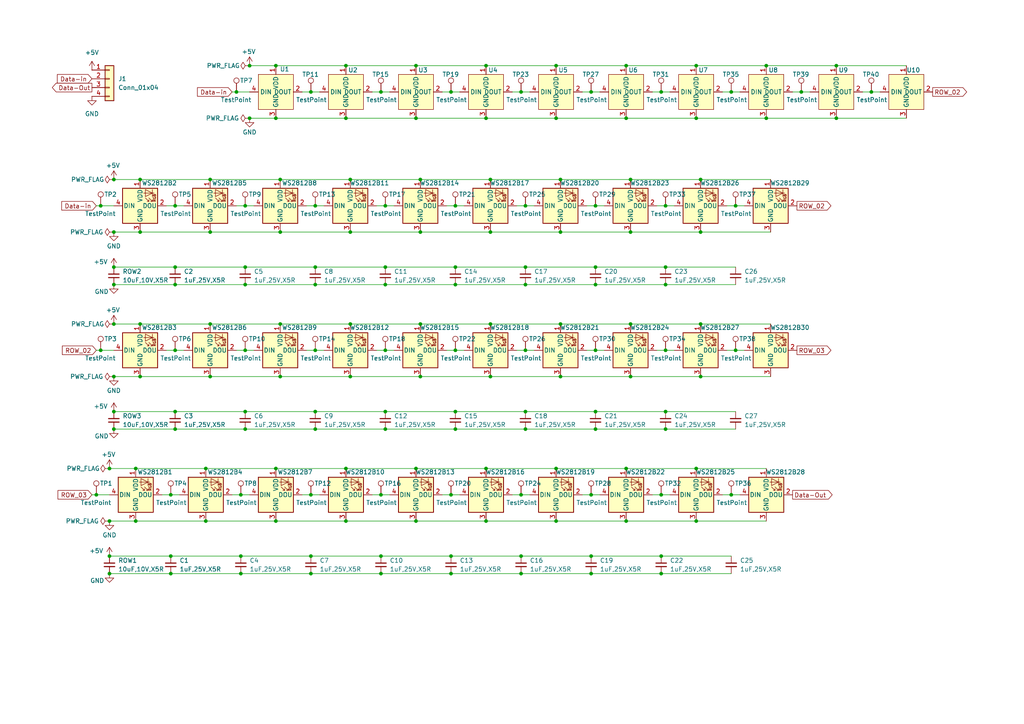
<source format=kicad_sch>
(kicad_sch (version 20231120) (generator "eeschema") (generator_version "8.0")
  (paper "A4")
  (lib_symbols
    (symbol "Connector:TestPoint" (pin_numbers hide) (pin_names (offset 0.762) hide)
      (property "Reference" "TP" (at 0 6.858 0))
      (property "Value" "TestPoint" (at 0 5.08 0))
      (symbol "TestPoint_1_1"
        (pin passive line (at 0 0 90) (length 2.54) (name "1") (number "1"))
      )
    )
    (symbol "Connector_Generic:Conn_01x04" (pin_names (offset 1.016) hide)
      (property "Reference" "J" (at 0 5.08 0))
      (property "Value" "Conn_01x04" (at 0 -7.62 0))
      (symbol "Conn_01x04_1_1"
        (pin passive line (at -5.08 2.54 0) (length 3.81) (name "Pin_1") (number "1"))
        (pin passive line (at -5.08 0 0) (length 3.81) (name "Pin_2") (number "2"))
        (pin passive line (at -5.08 -2.54 0) (length 3.81) (name "Pin_3") (number "3"))
        (pin passive line (at -5.08 -5.08 0) (length 3.81) (name "Pin_4") (number "4"))
      )
    )
    (symbol "__sws_jlpcb:XL-0807RGBC-WS2812B"
      (property "Reference" "U" (at -4.064 3.81 0))
      (symbol "XL-0807RGBC-WS2812B_1_1"
        (pin power_in line (at 0 7.62 270) (length 2.54) (name "VDD") (number "1"))
        (pin output line (at 7.62 0 180) (length 2.54) (name "DOUT") (number "2"))
        (pin power_in line (at 0 -7.62 90) (length 2.54) (name "GND") (number "3"))
        (pin input line (at -7.62 0 0) (length 2.54) (name "DIN") (number "4"))
      )
    )
    (symbol "__sws_jlpcb:XL-5050RGBC-WS2812B" (pin_names (offset 0.254))
      (property "Reference" "WS2812B" (at 5.08 6.35 0))
      (property "Value" "XL-5050RGBC-WS2812B" (at 20.32 2.54 0))
      (symbol "XL-5050RGBC-WS2812B_0_0"
        (text "RGB" (at 2.286 -4.191 0) (effects (font (size 0.762 0.762))))
      )
      (symbol "XL-5050RGBC-WS2812B_1_1"
        (pin power_in line (at 7.62 0 180) (length 2.54) (name "VDD") (number "1"))
        (pin output line (at 0 -7.62 90) (length 2.54) (name "DOU") (number "2"))
        (pin power_in line (at -7.62 0 0) (length 2.54) (name "GND") (number "3"))
        (pin input line (at 0 7.62 270) (length 2.54) (name "DIN") (number "4"))
      )
    )
    (symbol "__sws_jlpcb:jlcpcb-1uF,25V,X5R"
      (property "Reference" "C130" (at -1.27 7.62 0))
      (property "Value" "jlcpcb-1uF,25V,X5R" (at -6.35 5.08 0))
      (symbol "jlcpcb-1uF,25V,X5R_0_0"
        (pin passive line (at 0 2.54 270) (length 2.032) (name "~") (number "1"))
        (pin passive line (at 0 -2.54 90) (length 2.032) (name "~") (number "2"))
      )
    )
    (symbol "power:+5V" (power) (pin_numbers hide) (pin_names (offset 0) hide)
      (property "Value" "+5V" (at 0 3.556 0))
      (symbol "+5V_1_1"
        (pin power_in line (at 0 0 90) (length 0) (name "~") (number "1"))
      )
    )
    (symbol "power:GND" (power) (pin_numbers hide) (pin_names (offset 0) hide)
      (property "Value" "GND" (at 0 -3.81 0))
      (symbol "GND_1_1"
        (pin power_in line (at 0 0 270) (length 0) (name "~") (number "1"))
      )
    )
    (symbol "power:PWR_FLAG" (power) (pin_numbers hide) (pin_names (offset 0) hide)
      (property "Value" "PWR_FLAG" (at 0 3.81 0))
      (symbol "PWR_FLAG_0_0"
        (pin power_out line (at 0 0 90) (length 0) (name "~") (number "1"))
      )
    )
  )
  (junction (at 101.6 52.07))
  (junction (at 151.13 26.67))
  (junction (at 181.61 135.89))
  (junction (at 191.77 161.29))
  (junction (at 33.02 109.22))
  (junction (at 49.53 166.37))
  (junction (at 132.08 77.47))
  (junction (at 132.08 59.69))
  (junction (at 172.72 82.55))
  (junction (at 203.2 67.31))
  (junction (at 232.41 26.67))
  (junction (at 203.2 52.07))
  (junction (at 33.02 93.98))
  (junction (at 71.12 59.69))
  (junction (at 69.85 161.29))
  (junction (at 111.76 119.38))
  (junction (at 71.12 124.46))
  (junction (at 242.57 19.05))
  (junction (at 171.45 161.29))
  (junction (at 172.72 59.69))
  (junction (at 181.61 151.13))
  (junction (at 182.88 93.98))
  (junction (at 152.4 124.46))
  (junction (at 81.28 93.98))
  (junction (at 142.24 93.98))
  (junction (at 161.29 34.29))
  (junction (at 162.56 109.22))
  (junction (at 59.69 135.89))
  (junction (at 181.61 34.29))
  (junction (at 49.53 143.51))
  (junction (at 182.88 52.07))
  (junction (at 121.92 109.22))
  (junction (at 142.24 67.31))
  (junction (at 71.12 101.6))
  (junction (at 68.58 26.67))
  (junction (at 31.75 166.37))
  (junction (at 81.28 67.31))
  (junction (at 40.64 93.98))
  (junction (at 80.01 135.89))
  (junction (at 130.81 166.37))
  (junction (at 33.02 77.47))
  (junction (at 33.02 82.55))
  (junction (at 142.24 109.22))
  (junction (at 162.56 67.31))
  (junction (at 152.4 119.38))
  (junction (at 33.02 119.38))
  (junction (at 81.28 109.22))
  (junction (at 31.75 161.29))
  (junction (at 91.44 101.6))
  (junction (at 69.85 166.37))
  (junction (at 193.04 77.47))
  (junction (at 201.93 151.13))
  (junction (at 50.8 101.6))
  (junction (at 140.97 151.13))
  (junction (at 203.2 93.98))
  (junction (at 120.65 19.05))
  (junction (at 182.88 67.31))
  (junction (at 193.04 101.6))
  (junction (at 50.8 82.55))
  (junction (at 40.64 109.22))
  (junction (at 152.4 82.55))
  (junction (at 111.76 77.47))
  (junction (at 201.93 135.89))
  (junction (at 29.21 101.6))
  (junction (at 50.8 77.47))
  (junction (at 33.02 52.07))
  (junction (at 72.39 34.29))
  (junction (at 31.75 135.89))
  (junction (at 132.08 101.6))
  (junction (at 152.4 77.47))
  (junction (at 203.2 109.22))
  (junction (at 100.33 34.29))
  (junction (at 222.25 34.29))
  (junction (at 71.12 82.55))
  (junction (at 151.13 161.29))
  (junction (at 212.09 143.51))
  (junction (at 162.56 93.98))
  (junction (at 80.01 34.29))
  (junction (at 60.96 93.98))
  (junction (at 193.04 59.69))
  (junction (at 60.96 67.31))
  (junction (at 71.12 119.38))
  (junction (at 31.75 151.13))
  (junction (at 29.21 59.69))
  (junction (at 111.76 101.6))
  (junction (at 101.6 93.98))
  (junction (at 90.17 161.29))
  (junction (at 121.92 93.98))
  (junction (at 39.37 151.13))
  (junction (at 191.77 166.37))
  (junction (at 39.37 135.89))
  (junction (at 212.09 26.67))
  (junction (at 120.65 34.29))
  (junction (at 151.13 143.51))
  (junction (at 71.12 77.47))
  (junction (at 60.96 109.22))
  (junction (at 182.88 109.22))
  (junction (at 130.81 161.29))
  (junction (at 100.33 151.13))
  (junction (at 172.72 124.46))
  (junction (at 191.77 143.51))
  (junction (at 100.33 135.89))
  (junction (at 171.45 26.67))
  (junction (at 50.8 59.69))
  (junction (at 100.33 19.05))
  (junction (at 140.97 34.29))
  (junction (at 140.97 135.89))
  (junction (at 27.94 143.51))
  (junction (at 40.64 67.31))
  (junction (at 132.08 124.46))
  (junction (at 142.24 52.07))
  (junction (at 110.49 143.51))
  (junction (at 181.61 19.05))
  (junction (at 110.49 166.37))
  (junction (at 120.65 151.13))
  (junction (at 110.49 161.29))
  (junction (at 152.4 59.69))
  (junction (at 161.29 135.89))
  (junction (at 90.17 166.37))
  (junction (at 111.76 82.55))
  (junction (at 59.69 151.13))
  (junction (at 201.93 19.05))
  (junction (at 193.04 124.46))
  (junction (at 91.44 59.69))
  (junction (at 90.17 143.51))
  (junction (at 213.36 101.6))
  (junction (at 110.49 26.67))
  (junction (at 111.76 59.69))
  (junction (at 130.81 26.67))
  (junction (at 172.72 101.6))
  (junction (at 101.6 109.22))
  (junction (at 222.25 19.05))
  (junction (at 191.77 26.67))
  (junction (at 81.28 52.07))
  (junction (at 130.81 143.51))
  (junction (at 171.45 143.51))
  (junction (at 201.93 34.29))
  (junction (at 162.56 52.07))
  (junction (at 50.8 124.46))
  (junction (at 252.73 26.67))
  (junction (at 121.92 52.07))
  (junction (at 91.44 82.55))
  (junction (at 33.02 124.46))
  (junction (at 242.57 34.29))
  (junction (at 172.72 77.47))
  (junction (at 33.02 67.31))
  (junction (at 161.29 19.05))
  (junction (at 72.39 19.05))
  (junction (at 151.13 166.37))
  (junction (at 172.72 119.38))
  (junction (at 80.01 151.13))
  (junction (at 161.29 151.13))
  (junction (at 91.44 124.46))
  (junction (at 90.17 26.67))
  (junction (at 132.08 119.38))
  (junction (at 91.44 119.38))
  (junction (at 132.08 82.55))
  (junction (at 101.6 67.31))
  (junction (at 213.36 59.69))
  (junction (at 193.04 119.38))
  (junction (at 69.85 143.51))
  (junction (at 40.64 52.07))
  (junction (at 171.45 166.37))
  (junction (at 120.65 135.89))
  (junction (at 91.44 77.47))
  (junction (at 193.04 82.55))
  (junction (at 49.53 161.29))
  (junction (at 121.92 67.31))
  (junction (at 80.01 19.05))
  (junction (at 140.97 19.05))
  (junction (at 152.4 101.6))
  (junction (at 50.8 119.38))
  (junction (at 60.96 52.07))
  (junction (at 111.76 124.46))
  (wire (pts (xy 88.9 59.69) (xy 91.44 59.69)))
  (wire (pts (xy 90.17 143.51) (xy 92.71 143.51)))
  (wire (pts (xy 71.12 59.69) (xy 73.66 59.69)))
  (wire (pts (xy 109.22 101.6) (xy 111.76 101.6)))
  (wire (pts (xy 130.81 161.29) (xy 151.13 161.29)))
  (wire (pts (xy 168.91 143.51) (xy 171.45 143.51)))
  (wire (pts (xy 87.63 143.51) (xy 90.17 143.51)))
  (wire (pts (xy 120.65 135.89) (xy 140.97 135.89)))
  (wire (pts (xy 72.39 19.05) (xy 80.01 19.05)))
  (wire (pts (xy 132.08 124.46) (xy 152.4 124.46)))
  (wire (pts (xy 172.72 124.46) (xy 193.04 124.46)))
  (wire (pts (xy 151.13 26.67) (xy 153.67 26.67)))
  (wire (pts (xy 129.54 59.69) (xy 132.08 59.69)))
  (wire (pts (xy 107.95 143.51) (xy 110.49 143.51)))
  (wire (pts (xy 250.19 26.67) (xy 252.73 26.67)))
  (wire (pts (xy 191.77 161.29) (xy 212.09 161.29)))
  (wire (pts (xy 172.72 77.47) (xy 193.04 77.47)))
  (wire (pts (xy 39.37 151.13) (xy 59.69 151.13)))
  (wire (pts (xy 27.94 101.6) (xy 29.21 101.6)))
  (wire (pts (xy 222.25 19.05) (xy 242.57 19.05)))
  (wire (pts (xy 162.56 109.22) (xy 182.88 109.22)))
  (wire (pts (xy 209.55 26.67) (xy 212.09 26.67)))
  (wire (pts (xy 100.33 19.05) (xy 120.65 19.05)))
  (wire (pts (xy 162.56 93.98) (xy 182.88 93.98)))
  (wire (pts (xy 142.24 93.98) (xy 162.56 93.98)))
  (wire (pts (xy 68.58 59.69) (xy 71.12 59.69)))
  (wire (pts (xy 33.02 119.38) (xy 50.8 119.38)))
  (wire (pts (xy 148.59 143.51) (xy 151.13 143.51)))
  (wire (pts (xy 46.99 143.51) (xy 49.53 143.51)))
  (wire (pts (xy 91.44 101.6) (xy 93.98 101.6)))
  (wire (pts (xy 130.81 26.67) (xy 133.35 26.67)))
  (wire (pts (xy 191.77 143.51) (xy 194.31 143.51)))
  (wire (pts (xy 201.93 151.13) (xy 222.25 151.13)))
  (wire (pts (xy 152.4 77.47) (xy 172.72 77.47)))
  (wire (pts (xy 171.45 166.37) (xy 191.77 166.37)))
  (wire (pts (xy 132.08 82.55) (xy 152.4 82.55)))
  (wire (pts (xy 33.02 93.98) (xy 40.64 93.98)))
  (wire (pts (xy 130.81 143.51) (xy 133.35 143.51)))
  (wire (pts (xy 68.58 101.6) (xy 71.12 101.6)))
  (wire (pts (xy 111.76 59.69) (xy 114.3 59.69)))
  (wire (pts (xy 172.72 101.6) (xy 175.26 101.6)))
  (wire (pts (xy 91.44 59.69) (xy 93.98 59.69)))
  (wire (pts (xy 242.57 19.05) (xy 262.89 19.05)))
  (wire (pts (xy 152.4 101.6) (xy 154.94 101.6)))
  (wire (pts (xy 242.57 34.29) (xy 262.89 34.29)))
  (wire (pts (xy 161.29 34.29) (xy 181.61 34.29)))
  (wire (pts (xy 152.4 59.69) (xy 154.94 59.69)))
  (wire (pts (xy 193.04 59.69) (xy 195.58 59.69)))
  (wire (pts (xy 189.23 143.51) (xy 191.77 143.51)))
  (wire (pts (xy 101.6 67.31) (xy 121.92 67.31)))
  (wire (pts (xy 72.39 34.29) (xy 80.01 34.29)))
  (wire (pts (xy 50.8 119.38) (xy 71.12 119.38)))
  (wire (pts (xy 193.04 124.46) (xy 213.36 124.46)))
  (wire (pts (xy 91.44 124.46) (xy 111.76 124.46)))
  (wire (pts (xy 170.18 59.69) (xy 172.72 59.69)))
  (wire (pts (xy 182.88 93.98) (xy 203.2 93.98)))
  (wire (pts (xy 191.77 166.37) (xy 212.09 166.37)))
  (wire (pts (xy 203.2 93.98) (xy 223.52 93.98)))
  (wire (pts (xy 60.96 67.31) (xy 81.28 67.31)))
  (wire (pts (xy 193.04 77.47) (xy 213.36 77.47)))
  (wire (pts (xy 90.17 161.29) (xy 110.49 161.29)))
  (wire (pts (xy 203.2 67.31) (xy 223.52 67.31)))
  (wire (pts (xy 149.86 101.6) (xy 152.4 101.6)))
  (wire (pts (xy 162.56 52.07) (xy 182.88 52.07)))
  (wire (pts (xy 69.85 166.37) (xy 90.17 166.37)))
  (wire (pts (xy 31.75 166.37) (xy 49.53 166.37)))
  (wire (pts (xy 27.94 59.69) (xy 29.21 59.69)))
  (wire (pts (xy 81.28 67.31) (xy 101.6 67.31)))
  (wire (pts (xy 222.25 34.29) (xy 242.57 34.29)))
  (wire (pts (xy 142.24 52.07) (xy 162.56 52.07)))
  (wire (pts (xy 90.17 166.37) (xy 110.49 166.37)))
  (wire (pts (xy 121.92 52.07) (xy 142.24 52.07)))
  (wire (pts (xy 60.96 109.22) (xy 81.28 109.22)))
  (wire (pts (xy 142.24 109.22) (xy 162.56 109.22)))
  (wire (pts (xy 100.33 135.89) (xy 120.65 135.89)))
  (wire (pts (xy 140.97 34.29) (xy 161.29 34.29)))
  (wire (pts (xy 121.92 67.31) (xy 142.24 67.31)))
  (wire (pts (xy 120.65 34.29) (xy 140.97 34.29)))
  (wire (pts (xy 213.36 101.6) (xy 215.9 101.6)))
  (wire (pts (xy 81.28 109.22) (xy 101.6 109.22)))
  (wire (pts (xy 40.64 52.07) (xy 60.96 52.07)))
  (wire (pts (xy 110.49 161.29) (xy 130.81 161.29)))
  (wire (pts (xy 181.61 151.13) (xy 201.93 151.13)))
  (wire (pts (xy 111.76 124.46) (xy 132.08 124.46)))
  (wire (pts (xy 71.12 77.47) (xy 91.44 77.47)))
  (wire (pts (xy 161.29 151.13) (xy 181.61 151.13)))
  (wire (pts (xy 80.01 151.13) (xy 100.33 151.13)))
  (wire (pts (xy 40.64 67.31) (xy 60.96 67.31)))
  (wire (pts (xy 203.2 52.07) (xy 223.52 52.07)))
  (wire (pts (xy 87.63 26.67) (xy 90.17 26.67)))
  (wire (pts (xy 212.09 26.67) (xy 214.63 26.67)))
  (wire (pts (xy 201.93 135.89) (xy 222.25 135.89)))
  (wire (pts (xy 91.44 119.38) (xy 111.76 119.38)))
  (wire (pts (xy 111.76 82.55) (xy 132.08 82.55)))
  (wire (pts (xy 67.31 26.67) (xy 68.58 26.67)))
  (wire (pts (xy 60.96 52.07) (xy 81.28 52.07)))
  (wire (pts (xy 49.53 166.37) (xy 69.85 166.37)))
  (wire (pts (xy 181.61 19.05) (xy 201.93 19.05)))
  (wire (pts (xy 182.88 67.31) (xy 203.2 67.31)))
  (wire (pts (xy 80.01 19.05) (xy 100.33 19.05)))
  (wire (pts (xy 132.08 59.69) (xy 134.62 59.69)))
  (wire (pts (xy 172.72 119.38) (xy 193.04 119.38)))
  (wire (pts (xy 181.61 135.89) (xy 201.93 135.89)))
  (wire (pts (xy 142.24 67.31) (xy 162.56 67.31)))
  (wire (pts (xy 182.88 109.22) (xy 203.2 109.22)))
  (wire (pts (xy 111.76 101.6) (xy 114.3 101.6)))
  (wire (pts (xy 151.13 161.29) (xy 171.45 161.29)))
  (wire (pts (xy 50.8 82.55) (xy 71.12 82.55)))
  (wire (pts (xy 148.59 26.67) (xy 151.13 26.67)))
  (wire (pts (xy 27.94 143.51) (xy 31.75 143.51)))
  (wire (pts (xy 49.53 161.29) (xy 69.85 161.29)))
  (wire (pts (xy 100.33 34.29) (xy 120.65 34.29)))
  (wire (pts (xy 69.85 161.29) (xy 90.17 161.29)))
  (wire (pts (xy 128.27 26.67) (xy 130.81 26.67)))
  (wire (pts (xy 140.97 19.05) (xy 161.29 19.05)))
  (wire (pts (xy 29.21 59.69) (xy 33.02 59.69)))
  (wire (pts (xy 91.44 77.47) (xy 111.76 77.47)))
  (wire (pts (xy 190.5 101.6) (xy 193.04 101.6)))
  (wire (pts (xy 33.02 109.22) (xy 40.64 109.22)))
  (wire (pts (xy 111.76 77.47) (xy 132.08 77.47)))
  (wire (pts (xy 130.81 166.37) (xy 151.13 166.37)))
  (wire (pts (xy 152.4 82.55) (xy 172.72 82.55)))
  (wire (pts (xy 201.93 34.29) (xy 222.25 34.29)))
  (wire (pts (xy 90.17 26.67) (xy 92.71 26.67)))
  (wire (pts (xy 170.18 101.6) (xy 172.72 101.6)))
  (wire (pts (xy 162.56 67.31) (xy 182.88 67.31)))
  (wire (pts (xy 80.01 135.89) (xy 100.33 135.89)))
  (wire (pts (xy 161.29 19.05) (xy 181.61 19.05)))
  (wire (pts (xy 210.82 101.6) (xy 213.36 101.6)))
  (wire (pts (xy 109.22 59.69) (xy 111.76 59.69)))
  (wire (pts (xy 71.12 101.6) (xy 73.66 101.6)))
  (wire (pts (xy 151.13 166.37) (xy 171.45 166.37)))
  (wire (pts (xy 31.75 161.29) (xy 49.53 161.29)))
  (wire (pts (xy 107.95 26.67) (xy 110.49 26.67)))
  (wire (pts (xy 110.49 166.37) (xy 130.81 166.37)))
  (wire (pts (xy 81.28 93.98) (xy 101.6 93.98)))
  (wire (pts (xy 33.02 82.55) (xy 50.8 82.55)))
  (wire (pts (xy 212.09 143.51) (xy 214.63 143.51)))
  (wire (pts (xy 120.65 151.13) (xy 140.97 151.13)))
  (wire (pts (xy 201.93 19.05) (xy 222.25 19.05)))
  (wire (pts (xy 59.69 135.89) (xy 80.01 135.89)))
  (wire (pts (xy 203.2 109.22) (xy 223.52 109.22)))
  (wire (pts (xy 68.58 26.67) (xy 72.39 26.67)))
  (wire (pts (xy 171.45 143.51) (xy 173.99 143.51)))
  (wire (pts (xy 120.65 19.05) (xy 140.97 19.05)))
  (wire (pts (xy 140.97 151.13) (xy 161.29 151.13)))
  (wire (pts (xy 50.8 124.46) (xy 71.12 124.46)))
  (wire (pts (xy 171.45 26.67) (xy 173.99 26.67)))
  (wire (pts (xy 229.87 26.67) (xy 232.41 26.67)))
  (wire (pts (xy 252.73 26.67) (xy 255.27 26.67)))
  (wire (pts (xy 29.21 101.6) (xy 33.02 101.6)))
  (wire (pts (xy 152.4 119.38) (xy 172.72 119.38)))
  (wire (pts (xy 149.86 59.69) (xy 152.4 59.69)))
  (wire (pts (xy 182.88 52.07) (xy 203.2 52.07)))
  (wire (pts (xy 190.5 59.69) (xy 193.04 59.69)))
  (wire (pts (xy 171.45 161.29) (xy 191.77 161.29)))
  (wire (pts (xy 191.77 26.67) (xy 194.31 26.67)))
  (wire (pts (xy 132.08 77.47) (xy 152.4 77.47)))
  (wire (pts (xy 168.91 26.67) (xy 171.45 26.67)))
  (wire (pts (xy 40.64 93.98) (xy 60.96 93.98)))
  (wire (pts (xy 232.41 26.67) (xy 234.95 26.67)))
  (wire (pts (xy 48.26 101.6) (xy 50.8 101.6)))
  (wire (pts (xy 172.72 59.69) (xy 175.26 59.69)))
  (wire (pts (xy 48.26 59.69) (xy 50.8 59.69)))
  (wire (pts (xy 26.67 143.51) (xy 27.94 143.51)))
  (wire (pts (xy 101.6 93.98) (xy 121.92 93.98)))
  (wire (pts (xy 71.12 124.46) (xy 91.44 124.46)))
  (wire (pts (xy 151.13 143.51) (xy 153.67 143.51)))
  (wire (pts (xy 33.02 77.47) (xy 50.8 77.47)))
  (wire (pts (xy 81.28 52.07) (xy 101.6 52.07)))
  (wire (pts (xy 50.8 77.47) (xy 71.12 77.47)))
  (wire (pts (xy 110.49 143.51) (xy 113.03 143.51)))
  (wire (pts (xy 121.92 93.98) (xy 142.24 93.98)))
  (wire (pts (xy 210.82 59.69) (xy 213.36 59.69)))
  (wire (pts (xy 88.9 101.6) (xy 91.44 101.6)))
  (wire (pts (xy 181.61 34.29) (xy 201.93 34.29)))
  (wire (pts (xy 132.08 101.6) (xy 134.62 101.6)))
  (wire (pts (xy 193.04 101.6) (xy 195.58 101.6)))
  (wire (pts (xy 121.92 109.22) (xy 142.24 109.22)))
  (wire (pts (xy 67.31 143.51) (xy 69.85 143.51)))
  (wire (pts (xy 213.36 59.69) (xy 215.9 59.69)))
  (wire (pts (xy 40.64 109.22) (xy 60.96 109.22)))
  (wire (pts (xy 172.72 82.55) (xy 193.04 82.55)))
  (wire (pts (xy 49.53 143.51) (xy 52.07 143.51)))
  (wire (pts (xy 33.02 67.31) (xy 40.64 67.31)))
  (wire (pts (xy 110.49 26.67) (xy 113.03 26.67)))
  (wire (pts (xy 111.76 119.38) (xy 132.08 119.38)))
  (wire (pts (xy 101.6 52.07) (xy 121.92 52.07)))
  (wire (pts (xy 161.29 135.89) (xy 181.61 135.89)))
  (wire (pts (xy 189.23 26.67) (xy 191.77 26.67)))
  (wire (pts (xy 193.04 119.38) (xy 213.36 119.38)))
  (wire (pts (xy 100.33 151.13) (xy 120.65 151.13)))
  (wire (pts (xy 31.75 135.89) (xy 39.37 135.89)))
  (wire (pts (xy 39.37 135.89) (xy 59.69 135.89)))
  (wire (pts (xy 140.97 135.89) (xy 161.29 135.89)))
  (wire (pts (xy 59.69 151.13) (xy 80.01 151.13)))
  (wire (pts (xy 80.01 34.29) (xy 100.33 34.29)))
  (wire (pts (xy 33.02 124.46) (xy 50.8 124.46)))
  (wire (pts (xy 101.6 109.22) (xy 121.92 109.22)))
  (wire (pts (xy 33.02 52.07) (xy 40.64 52.07)))
  (wire (pts (xy 31.75 151.13) (xy 39.37 151.13)))
  (wire (pts (xy 209.55 143.51) (xy 212.09 143.51)))
  (wire (pts (xy 60.96 93.98) (xy 81.28 93.98)))
  (wire (pts (xy 50.8 101.6) (xy 53.34 101.6)))
  (wire (pts (xy 91.44 82.55) (xy 111.76 82.55)))
  (wire (pts (xy 50.8 59.69) (xy 53.34 59.69)))
  (wire (pts (xy 128.27 143.51) (xy 130.81 143.51)))
  (wire (pts (xy 132.08 119.38) (xy 152.4 119.38)))
  (wire (pts (xy 129.54 101.6) (xy 132.08 101.6)))
  (wire (pts (xy 69.85 143.51) (xy 72.39 143.51)))
  (wire (pts (xy 193.04 82.55) (xy 213.36 82.55)))
  (wire (pts (xy 71.12 82.55) (xy 91.44 82.55)))
  (wire (pts (xy 152.4 124.46) (xy 172.72 124.46)))
  (wire (pts (xy 71.12 119.38) (xy 91.44 119.38)))
  (global_label "ROW_03" (shape output) (at 231.14 101.6 0) (property "Intersheetrefs" "${INTERSHEET_REFS}" (effects (hide yes))))
  (global_label "Data-in" (shape input) (at 27.94 59.69 180) (property "Intersheetrefs" "${INTERSHEET_REFS}" (effects (hide yes))))
  (global_label "Data-in" (shape input) (at 26.67 22.86 180) (property "Intersheetrefs" "${INTERSHEET_REFS}" (effects (hide yes))))
  (global_label "Data-in" (shape input) (at 67.31 26.67 180) (property "Intersheetrefs" "${INTERSHEET_REFS}" (effects (hide yes))))
  (global_label "Data-Out" (shape output) (at 229.87 143.51 0) (property "Intersheetrefs" "${INTERSHEET_REFS}" (effects (hide yes))))
  (global_label "Data-Out" (shape output) (at 26.67 25.4 180) (property "Intersheetrefs" "${INTERSHEET_REFS}" (effects (hide yes))))
  (global_label "ROW_02" (shape output) (at 231.14 59.69 0) (property "Intersheetrefs" "${INTERSHEET_REFS}" (effects (hide yes))))
  (global_label "ROW_03" (shape input) (at 26.67 143.51 180) (property "Intersheetrefs" "${INTERSHEET_REFS}" (effects (hide yes))))
  (global_label "ROW_02" (shape input) (at 27.94 101.6 180) (property "Intersheetrefs" "${INTERSHEET_REFS}" (effects (hide yes))))
  (global_label "ROW_02" (shape output) (at 270.51 26.67 0) (property "Intersheetrefs" "${INTERSHEET_REFS}" (effects (hide yes))))
  (symbol (lib_id "__sws_jlpcb:XL-5050RGBC-WS2812B") (at 223.52 59.69 90) (unit 1)
    (property "Reference" "WS2812B29" (at 229.108 53.086 90))
    (property "Value" "XL-5050RGBC-WS2812B" (effects (hide yes)))
    (property "Footprint" "LED_SMD:LED_WS2812B_PLCC4_5.0x5.0mm_P3.2mm" (effects (hide yes)))
    (property "Datasheet" "https://jlcpcb.com/partdetail/Xinglight-XL_5050RGBCWS2812B/C2843785" (effects (hide yes)))
    (property "Description" "RGB LED with integrated controller" (effects (hide yes)))
    (property "LCSC" "C2843785" (effects (hide yes)))
  )
  (symbol (lib_id "__sws_jlpcb:jlcpcb-1uF,25V,X5R") (at 152.4 80.01 0) (unit 1)
    (property "Reference" "C17" (at 154.94 78.7399 0) (effects (justify left)))
    (property "Value" "1uF,25V,X5R" (at 154.94 81.2799 0) (effects (justify left)))
    (property "Footprint" "SWS-Library:C_0402_1005Metric" (effects (hide yes)))
    (property "Datasheet" "https://datasheet.lcsc.com/lcsc/1811091611_Samsung-Electro-Mechanics-CL05A105KA5NQNC_C52923.pdf" (effects (hide yes)))
    (property "LCSC" "C52923" (effects (hide yes)))
    (property "MFG" "Samsung Electro-Mechanics" (effects (hide yes)))
    (property "MFGPN" "CL05A105KA5NQNC" (effects (hide yes)))
  )
  (symbol (lib_id "__sws_jlpcb:XL-5050RGBC-WS2812B") (at 121.92 101.6 90) (unit 1)
    (property "Reference" "WS2812B15" (at 127.508 94.996 90))
    (property "Value" "XL-5050RGBC-WS2812B" (effects (hide yes)))
    (property "Footprint" "LED_SMD:LED_WS2812B_PLCC4_5.0x5.0mm_P3.2mm" (effects (hide yes)))
    (property "Datasheet" "https://jlcpcb.com/partdetail/Xinglight-XL_5050RGBCWS2812B/C2843785" (effects (hide yes)))
    (property "Description" "RGB LED with integrated controller" (effects (hide yes)))
    (property "LCSC" "C2843785" (effects (hide yes)))
  )
  (symbol (lib_id "__sws_jlpcb:jlcpcb-1uF,25V,X5R") (at 130.81 163.83 0) (unit 1)
    (property "Reference" "C13" (at 133.35 162.5599 0) (effects (justify left)))
    (property "Value" "1uF,25V,X5R" (at 133.35 165.0999 0) (effects (justify left)))
    (property "Footprint" "SWS-Library:C_0402_1005Metric" (effects (hide yes)))
    (property "Datasheet" "https://datasheet.lcsc.com/lcsc/1811091611_Samsung-Electro-Mechanics-CL05A105KA5NQNC_C52923.pdf" (effects (hide yes)))
    (property "LCSC" "C52923" (effects (hide yes)))
    (property "MFG" "Samsung Electro-Mechanics" (effects (hide yes)))
    (property "MFGPN" "CL05A105KA5NQNC" (effects (hide yes)))
  )
  (symbol (lib_id "__sws_jlpcb:XL-0807RGBC-WS2812B") (at 100.33 26.67 0) (unit 1)
    (property "Reference" "U2" (at 102.362 20.32 0))
    (property "Value" " XL-0807RGBC-WS2812B" (effects (hide yes)))
    (property "Footprint" "SWS-Library:XL-0807RGBC-WS2812B" (effects (hide yes)))
    (property "Datasheet" "https://wmsc.lcsc.com/wmsc/upload/file/pdf/v2/lcsc/2404251557_XINGLIGHT-XL-0807RGBC-WS2812B_C3646929.pdf" (effects (hide yes)))
    (property "Description" "WS2812B - SMD,1.8x2mm RGB LEDs" (effects (hide yes)))
    (property "URL" "https://jlcpcb.com/partdetail/XINGLIGHT-XL_0807RGBCWS2812B/C3646929" (effects (hide yes)))
    (property "LCSC" "C3646929" (effects (hide yes)))
  )
  (symbol (lib_id "__sws_jlpcb:XL-5050RGBC-WS2812B") (at 223.52 101.6 90) (unit 1)
    (property "Reference" "WS2812B30" (at 229.108 94.996 90))
    (property "Value" "XL-5050RGBC-WS2812B" (effects (hide yes)))
    (property "Footprint" "LED_SMD:LED_WS2812B_PLCC4_5.0x5.0mm_P3.2mm" (effects (hide yes)))
    (property "Datasheet" "https://jlcpcb.com/partdetail/Xinglight-XL_5050RGBCWS2812B/C2843785" (effects (hide yes)))
    (property "Description" "RGB LED with integrated controller" (effects (hide yes)))
    (property "LCSC" "C2843785" (effects (hide yes)))
  )
  (symbol (lib_id "__sws_jlpcb:XL-5050RGBC-WS2812B") (at 40.64 59.69 90) (unit 1)
    (property "Reference" "WS2812B2" (at 46.228 53.086 90))
    (property "Value" "XL-5050RGBC-WS2812B" (effects (hide yes)))
    (property "Footprint" "LED_SMD:LED_WS2812B_PLCC4_5.0x5.0mm_P3.2mm" (effects (hide yes)))
    (property "Datasheet" "https://jlcpcb.com/partdetail/Xinglight-XL_5050RGBCWS2812B/C2843785" (effects (hide yes)))
    (property "Description" "RGB LED with integrated controller" (effects (hide yes)))
    (property "LCSC" "C2843785" (effects (hide yes)))
  )
  (symbol (lib_id "__sws_jlpcb:jlcpcb-1uF,25V,X5R") (at 191.77 163.83 0) (unit 1)
    (property "Reference" "C22" (at 194.31 162.5599 0) (effects (justify left)))
    (property "Value" "1uF,25V,X5R" (at 194.31 165.0999 0) (effects (justify left)))
    (property "Footprint" "SWS-Library:C_0402_1005Metric" (effects (hide yes)))
    (property "Datasheet" "https://datasheet.lcsc.com/lcsc/1811091611_Samsung-Electro-Mechanics-CL05A105KA5NQNC_C52923.pdf" (effects (hide yes)))
    (property "LCSC" "C52923" (effects (hide yes)))
    (property "MFG" "Samsung Electro-Mechanics" (effects (hide yes)))
    (property "MFGPN" "CL05A105KA5NQNC" (effects (hide yes)))
  )
  (symbol (lib_id "power:+5V") (at 33.02 119.38 0) (unit 1)
    (property "Reference" "#PWR013" (effects (hide yes)))
    (property "Value" "+5V" (at 29.21 117.856 0))
    (property "Description" "Power symbol creates a global label with name \"+5V\"" (effects (hide yes)))
  )
  (symbol (lib_id "Connector:TestPoint") (at 212.09 143.51 0) (unit 1)
    (property "Reference" "TP36" (at 213.106 140.208 0) (effects (justify left)))
    (property "Value" "TestPoint" (at 207.772 145.796 0) (effects (justify left)))
    (property "Description" "test point" (effects (hide yes)))
  )
  (symbol (lib_id "__sws_jlpcb:XL-5050RGBC-WS2812B") (at 181.61 143.51 90) (unit 1)
    (property "Reference" "WS2812B22" (at 187.198 136.906 90))
    (property "Value" "XL-5050RGBC-WS2812B" (effects (hide yes)))
    (property "Footprint" "LED_SMD:LED_WS2812B_PLCC4_5.0x5.0mm_P3.2mm" (effects (hide yes)))
    (property "Datasheet" "https://jlcpcb.com/partdetail/Xinglight-XL_5050RGBCWS2812B/C2843785" (effects (hide yes)))
    (property "Description" "RGB LED with integrated controller" (effects (hide yes)))
    (property "LCSC" "C2843785" (effects (hide yes)))
  )
  (symbol (lib_id "__sws_jlpcb:XL-5050RGBC-WS2812B") (at 59.69 143.51 90) (unit 1)
    (property "Reference" "WS2812B4" (at 65.278 136.906 90))
    (property "Value" "XL-5050RGBC-WS2812B" (effects (hide yes)))
    (property "Footprint" "LED_SMD:LED_WS2812B_PLCC4_5.0x5.0mm_P3.2mm" (effects (hide yes)))
    (property "Datasheet" "https://jlcpcb.com/partdetail/Xinglight-XL_5050RGBCWS2812B/C2843785" (effects (hide yes)))
    (property "Description" "RGB LED with integrated controller" (effects (hide yes)))
    (property "LCSC" "C2843785" (effects (hide yes)))
  )
  (symbol (lib_id "Connector:TestPoint") (at 71.12 101.6 0) (unit 1)
    (property "Reference" "TP10" (at 72.136 98.298 0) (effects (justify left)))
    (property "Value" "TestPoint" (at 66.802 103.886 0) (effects (justify left)))
    (property "Description" "test point" (effects (hide yes)))
  )
  (symbol (lib_id "Connector:TestPoint") (at 151.13 26.67 0) (unit 1)
    (property "Reference" "TP23" (at 148.59 21.59 0) (effects (justify left)))
    (property "Value" "TestPoint" (at 146.812 28.956 0) (effects (justify left)))
    (property "Description" "test point" (effects (hide yes)))
  )
  (symbol (lib_id "__sws_jlpcb:jlcpcb-1uF,25V,X5R") (at 91.44 80.01 0) (unit 1)
    (property "Reference" "C8" (at 93.98 78.7399 0) (effects (justify left)))
    (property "Value" "1uF,25V,X5R" (at 93.98 81.2799 0) (effects (justify left)))
    (property "Footprint" "SWS-Library:C_0402_1005Metric" (effects (hide yes)))
    (property "Datasheet" "https://datasheet.lcsc.com/lcsc/1811091611_Samsung-Electro-Mechanics-CL05A105KA5NQNC_C52923.pdf" (effects (hide yes)))
    (property "LCSC" "C52923" (effects (hide yes)))
    (property "MFG" "Samsung Electro-Mechanics" (effects (hide yes)))
    (property "MFGPN" "CL05A105KA5NQNC" (effects (hide yes)))
  )
  (symbol (lib_id "__sws_jlpcb:XL-5050RGBC-WS2812B") (at 203.2 101.6 90) (unit 1)
    (property "Reference" "WS2812B27" (at 208.788 94.996 90))
    (property "Value" "XL-5050RGBC-WS2812B" (effects (hide yes)))
    (property "Footprint" "LED_SMD:LED_WS2812B_PLCC4_5.0x5.0mm_P3.2mm" (effects (hide yes)))
    (property "Datasheet" "https://jlcpcb.com/partdetail/Xinglight-XL_5050RGBCWS2812B/C2843785" (effects (hide yes)))
    (property "Description" "RGB LED with integrated controller" (effects (hide yes)))
    (property "LCSC" "C2843785" (effects (hide yes)))
  )
  (symbol (lib_id "__sws_jlpcb:jlcpcb-1uF,25V,X5R") (at 212.09 163.83 0) (unit 1)
    (property "Reference" "C25" (at 214.63 162.5599 0) (effects (justify left)))
    (property "Value" "1uF,25V,X5R" (at 214.63 165.0999 0) (effects (justify left)))
    (property "Footprint" "SWS-Library:C_0402_1005Metric" (effects (hide yes)))
    (property "Datasheet" "https://datasheet.lcsc.com/lcsc/1811091611_Samsung-Electro-Mechanics-CL05A105KA5NQNC_C52923.pdf" (effects (hide yes)))
    (property "LCSC" "C52923" (effects (hide yes)))
    (property "MFG" "Samsung Electro-Mechanics" (effects (hide yes)))
    (property "MFGPN" "CL05A105KA5NQNC" (effects (hide yes)))
  )
  (symbol (lib_id "__sws_jlpcb:jlcpcb-1uF,25V,X5R") (at 213.36 121.92 0) (unit 1)
    (property "Reference" "C27" (at 215.9 120.6499 0) (effects (justify left)))
    (property "Value" "1uF,25V,X5R" (at 215.9 123.1899 0) (effects (justify left)))
    (property "Footprint" "SWS-Library:C_0402_1005Metric" (effects (hide yes)))
    (property "Datasheet" "https://datasheet.lcsc.com/lcsc/1811091611_Samsung-Electro-Mechanics-CL05A105KA5NQNC_C52923.pdf" (effects (hide yes)))
    (property "LCSC" "C52923" (effects (hide yes)))
    (property "MFG" "Samsung Electro-Mechanics" (effects (hide yes)))
    (property "MFGPN" "CL05A105KA5NQNC" (effects (hide yes)))
  )
  (symbol (lib_id "power:PWR_FLAG") (at 33.02 52.07 90) (unit 1)
    (property "Reference" "#FLG03" (effects (hide yes)))
    (property "Value" "PWR_FLAG" (at 25.4 52.07 90))
    (property "Description" "Special symbol for telling ERC where power comes from" (effects (hide yes)))
  )
  (symbol (lib_id "power:GND") (at 31.75 166.37 0) (unit 1)
    (property "Reference" "#PWR06" (effects (hide yes)))
    (property "Value" "GND" (at 28.194 168.402 0))
    (property "Description" "Power symbol creates a global label with name \"GND\" , ground" (effects (hide yes)))
  )
  (symbol (lib_id "__sws_jlpcb:XL-5050RGBC-WS2812B") (at 39.37 143.51 90) (unit 1)
    (property "Reference" "WS2812B1" (at 44.958 136.906 90))
    (property "Value" "XL-5050RGBC-WS2812B" (effects (hide yes)))
    (property "Footprint" "LED_SMD:LED_WS2812B_PLCC4_5.0x5.0mm_P3.2mm" (effects (hide yes)))
    (property "Datasheet" "https://jlcpcb.com/partdetail/Xinglight-XL_5050RGBCWS2812B/C2843785" (effects (hide yes)))
    (property "Description" "RGB LED with integrated controller" (effects (hide yes)))
    (property "LCSC" "C2843785" (effects (hide yes)))
  )
  (symbol (lib_id "__sws_jlpcb:XL-5050RGBC-WS2812B") (at 201.93 143.51 90) (unit 1)
    (property "Reference" "WS2812B25" (at 207.518 136.906 90))
    (property "Value" "XL-5050RGBC-WS2812B" (effects (hide yes)))
    (property "Footprint" "LED_SMD:LED_WS2812B_PLCC4_5.0x5.0mm_P3.2mm" (effects (hide yes)))
    (property "Datasheet" "https://jlcpcb.com/partdetail/Xinglight-XL_5050RGBCWS2812B/C2843785" (effects (hide yes)))
    (property "Description" "RGB LED with integrated controller" (effects (hide yes)))
    (property "LCSC" "C2843785" (effects (hide yes)))
  )
  (symbol (lib_id "Connector:TestPoint") (at 191.77 143.51 0) (unit 1)
    (property "Reference" "TP32" (at 192.786 140.208 0) (effects (justify left)))
    (property "Value" "TestPoint" (at 187.452 145.796 0) (effects (justify left)))
    (property "Description" "test point" (effects (hide yes)))
  )
  (symbol (lib_id "power:+5V") (at 72.39 19.05 0) (unit 1)
    (property "Reference" "#PWR015" (effects (hide yes)))
    (property "Value" "+5V" (at 72.136 14.986 0))
    (property "Description" "Power symbol creates a global label with name \"+5V\"" (effects (hide yes)))
  )
  (symbol (lib_id "__sws_jlpcb:jlcpcb-1uF,25V,X5R") (at 50.8 80.01 0) (unit 1)
    (property "Reference" "C2" (at 53.34 78.7399 0) (effects (justify left)))
    (property "Value" "1uF,25V,X5R" (at 53.34 81.2799 0) (effects (justify left)))
    (property "Footprint" "SWS-Library:C_0402_1005Metric" (effects (hide yes)))
    (property "Datasheet" "https://datasheet.lcsc.com/lcsc/1811091611_Samsung-Electro-Mechanics-CL05A105KA5NQNC_C52923.pdf" (effects (hide yes)))
    (property "LCSC" "C52923" (effects (hide yes)))
    (property "MFG" "Samsung Electro-Mechanics" (effects (hide yes)))
    (property "MFGPN" "CL05A105KA5NQNC" (effects (hide yes)))
  )
  (symbol (lib_id "__sws_jlpcb:jlcpcb-1uF,25V,X5R") (at 111.76 121.92 0) (unit 1)
    (property "Reference" "C12" (at 114.3 120.6499 0) (effects (justify left)))
    (property "Value" "1uF,25V,X5R" (at 114.3 123.1899 0) (effects (justify left)))
    (property "Footprint" "SWS-Library:C_0402_1005Metric" (effects (hide yes)))
    (property "Datasheet" "https://datasheet.lcsc.com/lcsc/1811091611_Samsung-Electro-Mechanics-CL05A105KA5NQNC_C52923.pdf" (effects (hide yes)))
    (property "LCSC" "C52923" (effects (hide yes)))
    (property "MFG" "Samsung Electro-Mechanics" (effects (hide yes)))
    (property "MFGPN" "CL05A105KA5NQNC" (effects (hide yes)))
  )
  (symbol (lib_id "Connector:TestPoint") (at 151.13 143.51 0) (unit 1)
    (property "Reference" "TP24" (at 152.146 140.208 0) (effects (justify left)))
    (property "Value" "TestPoint" (at 146.812 145.796 0) (effects (justify left)))
    (property "Description" "test point" (effects (hide yes)))
  )
  (symbol (lib_id "Connector:TestPoint") (at 193.04 101.6 0) (unit 1)
    (property "Reference" "TP34" (at 194.056 98.298 0) (effects (justify left)))
    (property "Value" "TestPoint" (at 188.722 103.886 0) (effects (justify left)))
    (property "Description" "test point" (effects (hide yes)))
  )
  (symbol (lib_id "__sws_jlpcb:jlcpcb-1uF,25V,X5R") (at 110.49 163.83 0) (unit 1)
    (property "Reference" "C10" (at 113.03 162.5599 0) (effects (justify left)))
    (property "Value" "1uF,25V,X5R" (at 113.03 165.0999 0) (effects (justify left)))
    (property "Footprint" "SWS-Library:C_0402_1005Metric" (effects (hide yes)))
    (property "Datasheet" "https://datasheet.lcsc.com/lcsc/1811091611_Samsung-Electro-Mechanics-CL05A105KA5NQNC_C52923.pdf" (effects (hide yes)))
    (property "LCSC" "C52923" (effects (hide yes)))
    (property "MFG" "Samsung Electro-Mechanics" (effects (hide yes)))
    (property "MFGPN" "CL05A105KA5NQNC" (effects (hide yes)))
  )
  (symbol (lib_id "power:+5V") (at 26.67 20.32 0) (unit 1)
    (property "Reference" "#PWR01" (effects (hide yes)))
    (property "Value" "+5V" (at 26.67 15.24 0))
    (property "Description" "Power symbol creates a global label with name \"+5V\"" (effects (hide yes)))
  )
  (symbol (lib_id "__sws_jlpcb:XL-5050RGBC-WS2812B") (at 80.01 143.51 90) (unit 1)
    (property "Reference" "WS2812B7" (at 85.598 136.906 90))
    (property "Value" "XL-5050RGBC-WS2812B" (effects (hide yes)))
    (property "Footprint" "LED_SMD:LED_WS2812B_PLCC4_5.0x5.0mm_P3.2mm" (effects (hide yes)))
    (property "Datasheet" "https://jlcpcb.com/partdetail/Xinglight-XL_5050RGBCWS2812B/C2843785" (effects (hide yes)))
    (property "Description" "RGB LED with integrated controller" (effects (hide yes)))
    (property "LCSC" "C2843785" (effects (hide yes)))
  )
  (symbol (lib_id "Connector:TestPoint") (at 171.45 26.67 0) (unit 1)
    (property "Reference" "TP27" (at 168.91 21.59 0) (effects (justify left)))
    (property "Value" "TestPoint" (at 167.132 28.956 0) (effects (justify left)))
    (property "Description" "test point" (effects (hide yes)))
  )
  (symbol (lib_id "__sws_jlpcb:XL-0807RGBC-WS2812B") (at 80.01 26.67 0) (unit 1)
    (property "Reference" "U1" (at 82.55 20.066 0))
    (property "Value" " XL-0807RGBC-WS2812B" (effects (hide yes)))
    (property "Footprint" "SWS-Library:XL-0807RGBC-WS2812B" (effects (hide yes)))
    (property "Datasheet" "https://wmsc.lcsc.com/wmsc/upload/file/pdf/v2/lcsc/2404251557_XINGLIGHT-XL-0807RGBC-WS2812B_C3646929.pdf" (effects (hide yes)))
    (property "Description" "WS2812B - SMD,1.8x2mm RGB LEDs" (effects (hide yes)))
    (property "URL" "https://jlcpcb.com/partdetail/XINGLIGHT-XL_0807RGBCWS2812B/C3646929" (effects (hide yes)))
    (property "LCSC" "C3646929" (effects (hide yes)))
  )
  (symbol (lib_id "__sws_jlpcb:XL-5050RGBC-WS2812B") (at 182.88 59.69 90) (unit 1)
    (property "Reference" "WS2812B23" (at 188.468 53.086 90))
    (property "Value" "XL-5050RGBC-WS2812B" (effects (hide yes)))
    (property "Footprint" "LED_SMD:LED_WS2812B_PLCC4_5.0x5.0mm_P3.2mm" (effects (hide yes)))
    (property "Datasheet" "https://jlcpcb.com/partdetail/Xinglight-XL_5050RGBCWS2812B/C2843785" (effects (hide yes)))
    (property "Description" "RGB LED with integrated controller" (effects (hide yes)))
    (property "LCSC" "C2843785" (effects (hide yes)))
  )
  (symbol (lib_id "__sws_jlpcb:XL-0807RGBC-WS2812B") (at 222.25 26.67 0) (unit 1)
    (property "Reference" "U8" (at 224.282 20.32 0))
    (property "Value" " XL-0807RGBC-WS2812B" (effects (hide yes)))
    (property "Footprint" "SWS-Library:XL-0807RGBC-WS2812B" (effects (hide yes)))
    (property "Datasheet" "https://wmsc.lcsc.com/wmsc/upload/file/pdf/v2/lcsc/2404251557_XINGLIGHT-XL-0807RGBC-WS2812B_C3646929.pdf" (effects (hide yes)))
    (property "Description" "WS2812B - SMD,1.8x2mm RGB LEDs" (effects (hide yes)))
    (property "URL" "https://jlcpcb.com/partdetail/XINGLIGHT-XL_0807RGBCWS2812B/C3646929" (effects (hide yes)))
    (property "LCSC" "C3646929" (effects (hide yes)))
  )
  (symbol (lib_id "__sws_jlpcb:XL-5050RGBC-WS2812B") (at 142.24 101.6 90) (unit 1)
    (property "Reference" "WS2812B18" (at 147.828 94.996 90))
    (property "Value" "XL-5050RGBC-WS2812B" (effects (hide yes)))
    (property "Footprint" "LED_SMD:LED_WS2812B_PLCC4_5.0x5.0mm_P3.2mm" (effects (hide yes)))
    (property "Datasheet" "https://jlcpcb.com/partdetail/Xinglight-XL_5050RGBCWS2812B/C2843785" (effects (hide yes)))
    (property "Description" "RGB LED with integrated controller" (effects (hide yes)))
    (property "LCSC" "C2843785" (effects (hide yes)))
  )
  (symbol (lib_id "Connector:TestPoint") (at 132.08 101.6 0) (unit 1)
    (property "Reference" "TP22" (at 133.096 98.298 0) (effects (justify left)))
    (property "Value" "TestPoint" (at 127.762 103.886 0) (effects (justify left)))
    (property "Description" "test point" (effects (hide yes)))
  )
  (symbol (lib_id "Connector:TestPoint") (at 111.76 59.69 0) (unit 1)
    (property "Reference" "TP17" (at 112.776 56.388 0) (effects (justify left)))
    (property "Value" "TestPoint" (at 107.442 61.976 0) (effects (justify left)))
    (property "Description" "test point" (effects (hide yes)))
  )
  (symbol (lib_id "__sws_jlpcb:jlcpcb-1uF,25V,X5R") (at 111.76 80.01 0) (unit 1)
    (property "Reference" "C11" (at 114.3 78.7399 0) (effects (justify left)))
    (property "Value" "1uF,25V,X5R" (at 114.3 81.2799 0) (effects (justify left)))
    (property "Footprint" "SWS-Library:C_0402_1005Metric" (effects (hide yes)))
    (property "Datasheet" "https://datasheet.lcsc.com/lcsc/1811091611_Samsung-Electro-Mechanics-CL05A105KA5NQNC_C52923.pdf" (effects (hide yes)))
    (property "LCSC" "C52923" (effects (hide yes)))
    (property "MFG" "Samsung Electro-Mechanics" (effects (hide yes)))
    (property "MFGPN" "CL05A105KA5NQNC" (effects (hide yes)))
  )
  (symbol (lib_id "power:+5V") (at 33.02 93.98 0) (unit 1)
    (property "Reference" "#PWR011" (effects (hide yes)))
    (property "Value" "+5V" (at 32.766 89.916 0))
    (property "Description" "Power symbol creates a global label with name \"+5V\"" (effects (hide yes)))
  )
  (symbol (lib_id "Connector:TestPoint") (at 110.49 143.51 0) (unit 1)
    (property "Reference" "TP16" (at 111.506 140.208 0) (effects (justify left)))
    (property "Value" "TestPoint" (at 106.172 145.796 0) (effects (justify left)))
    (property "Description" "test point" (effects (hide yes)))
  )
  (symbol (lib_id "power:GND") (at 33.02 82.55 0) (unit 1)
    (property "Reference" "#PWR010" (effects (hide yes)))
    (property "Value" "GND" (at 29.464 84.582 0))
    (property "Description" "Power symbol creates a global label with name \"GND\" , ground" (effects (hide yes)))
  )
  (symbol (lib_id "Connector_Generic:Conn_01x04") (at 31.75 22.86 0) (unit 1)
    (property "Reference" "J1" (at 34.29 22.8599 0) (effects (justify left)))
    (property "Value" "Conn_01x04" (at 34.29 25.3999 0) (effects (justify left)))
    (property "Description" "Generic connector, single row, 01x04, script generated (kicad-library-utils/schlib/autogen/connector/)" (effects (hide yes)))
  )
  (symbol (lib_id "__sws_jlpcb:XL-5050RGBC-WS2812B") (at 182.88 101.6 90) (unit 1)
    (property "Reference" "WS2812B24" (at 188.468 94.996 90))
    (property "Value" "XL-5050RGBC-WS2812B" (effects (hide yes)))
    (property "Footprint" "LED_SMD:LED_WS2812B_PLCC4_5.0x5.0mm_P3.2mm" (effects (hide yes)))
    (property "Datasheet" "https://jlcpcb.com/partdetail/Xinglight-XL_5050RGBCWS2812B/C2843785" (effects (hide yes)))
    (property "Description" "RGB LED with integrated controller" (effects (hide yes)))
    (property "LCSC" "C2843785" (effects (hide yes)))
  )
  (symbol (lib_id "power:+5V") (at 33.02 52.07 0) (unit 1)
    (property "Reference" "#PWR07" (effects (hide yes)))
    (property "Value" "+5V" (at 32.766 48.006 0))
    (property "Description" "Power symbol creates a global label with name \"+5V\"" (effects (hide yes)))
  )
  (symbol (lib_id "__sws_jlpcb:XL-5050RGBC-WS2812B") (at 121.92 59.69 90) (unit 1)
    (property "Reference" "WS2812B14" (at 127.508 53.086 90))
    (property "Value" "XL-5050RGBC-WS2812B" (effects (hide yes)))
    (property "Footprint" "LED_SMD:LED_WS2812B_PLCC4_5.0x5.0mm_P3.2mm" (effects (hide yes)))
    (property "Datasheet" "https://jlcpcb.com/partdetail/Xinglight-XL_5050RGBCWS2812B/C2843785" (effects (hide yes)))
    (property "Description" "RGB LED with integrated controller" (effects (hide yes)))
    (property "LCSC" "C2843785" (effects (hide yes)))
  )
  (symbol (lib_id "power:GND") (at 31.75 151.13 0) (unit 1)
    (property "Reference" "#PWR04" (effects (hide yes)))
    (property "Value" "GND" (at 31.75 155.194 0))
    (property "Description" "Power symbol creates a global label with name \"GND\" , ground" (effects (hide yes)))
  )
  (symbol (lib_id "power:+5V") (at 33.02 77.47 0) (unit 1)
    (property "Reference" "#PWR09" (effects (hide yes)))
    (property "Value" "+5V" (at 29.21 75.946 0))
    (property "Description" "Power symbol creates a global label with name \"+5V\"" (effects (hide yes)))
  )
  (symbol (lib_id "Connector:TestPoint") (at 68.58 26.67 0) (unit 1)
    (property "Reference" "TP7" (at 69.596 23.368 0) (effects (justify left)))
    (property "Value" "TestPoint" (at 64.008 28.956 0) (effects (justify left)))
    (property "Description" "test point" (effects (hide yes)))
  )
  (symbol (lib_id "__sws_jlpcb:XL-0807RGBC-WS2812B") (at 181.61 26.67 0) (unit 1)
    (property "Reference" "U6" (at 183.642 20.32 0))
    (property "Value" " XL-0807RGBC-WS2812B" (effects (hide yes)))
    (property "Footprint" "SWS-Library:XL-0807RGBC-WS2812B" (effects (hide yes)))
    (property "Datasheet" "https://wmsc.lcsc.com/wmsc/upload/file/pdf/v2/lcsc/2404251557_XINGLIGHT-XL-0807RGBC-WS2812B_C3646929.pdf" (effects (hide yes)))
    (property "Description" "WS2812B - SMD,1.8x2mm RGB LEDs" (effects (hide yes)))
    (property "URL" "https://jlcpcb.com/partdetail/XINGLIGHT-XL_0807RGBCWS2812B/C3646929" (effects (hide yes)))
    (property "LCSC" "C3646929" (effects (hide yes)))
  )
  (symbol (lib_id "Connector:TestPoint") (at 130.81 143.51 0) (unit 1)
    (property "Reference" "TP20" (at 131.826 140.208 0) (effects (justify left)))
    (property "Value" "TestPoint" (at 126.492 145.796 0) (effects (justify left)))
    (property "Description" "test point" (effects (hide yes)))
  )
  (symbol (lib_id "__sws_jlpcb:XL-5050RGBC-WS2812B") (at 162.56 59.69 90) (unit 1)
    (property "Reference" "WS2812B20" (at 168.148 53.086 90))
    (property "Value" "XL-5050RGBC-WS2812B" (effects (hide yes)))
    (property "Footprint" "LED_SMD:LED_WS2812B_PLCC4_5.0x5.0mm_P3.2mm" (effects (hide yes)))
    (property "Datasheet" "https://jlcpcb.com/partdetail/Xinglight-XL_5050RGBCWS2812B/C2843785" (effects (hide yes)))
    (property "Description" "RGB LED with integrated controller" (effects (hide yes)))
    (property "LCSC" "C2843785" (effects (hide yes)))
  )
  (symbol (lib_id "power:GND") (at 33.02 124.46 0) (unit 1)
    (property "Reference" "#PWR014" (effects (hide yes)))
    (property "Value" "GND" (at 29.464 126.492 0))
    (property "Description" "Power symbol creates a global label with name \"GND\" , ground" (effects (hide yes)))
  )
  (symbol (lib_id "Connector:TestPoint") (at 152.4 59.69 0) (unit 1)
    (property "Reference" "TP25" (at 153.416 56.388 0) (effects (justify left)))
    (property "Value" "TestPoint" (at 148.082 61.976 0) (effects (justify left)))
    (property "Description" "test point" (effects (hide yes)))
  )
  (symbol (lib_id "Connector:TestPoint") (at 29.21 59.69 0) (unit 1)
    (property "Reference" "TP2" (at 30.226 56.388 0) (effects (justify left)))
    (property "Value" "TestPoint" (at 24.638 61.976 0) (effects (justify left)))
    (property "Description" "test point" (effects (hide yes)))
  )
  (symbol (lib_id "Connector:TestPoint") (at 130.81 26.67 0) (unit 1)
    (property "Reference" "TP19" (at 128.27 21.59 0) (effects (justify left)))
    (property "Value" "TestPoint" (at 126.492 28.956 0) (effects (justify left)))
    (property "Description" "test point" (effects (hide yes)))
  )
  (symbol (lib_id "__sws_jlpcb:XL-0807RGBC-WS2812B") (at 120.65 26.67 0) (unit 1)
    (property "Reference" "U3" (at 122.682 20.32 0))
    (property "Value" " XL-0807RGBC-WS2812B" (effects (hide yes)))
    (property "Footprint" "SWS-Library:XL-0807RGBC-WS2812B" (effects (hide yes)))
    (property "Datasheet" "https://wmsc.lcsc.com/wmsc/upload/file/pdf/v2/lcsc/2404251557_XINGLIGHT-XL-0807RGBC-WS2812B_C3646929.pdf" (effects (hide yes)))
    (property "Description" "WS2812B - SMD,1.8x2mm RGB LEDs" (effects (hide yes)))
    (property "URL" "https://jlcpcb.com/partdetail/XINGLIGHT-XL_0807RGBCWS2812B/C3646929" (effects (hide yes)))
    (property "LCSC" "C3646929" (effects (hide yes)))
  )
  (symbol (lib_id "Connector:TestPoint") (at 191.77 26.67 0) (unit 1)
    (property "Reference" "TP31" (at 189.23 21.59 0) (effects (justify left)))
    (property "Value" "TestPoint" (at 187.452 28.956 0) (effects (justify left)))
    (property "Description" "test point" (effects (hide yes)))
  )
  (symbol (lib_id "__sws_jlpcb:jlcpcb-1uF,25V,X5R") (at 152.4 121.92 0) (unit 1)
    (property "Reference" "C18" (at 154.94 120.6499 0) (effects (justify left)))
    (property "Value" "1uF,25V,X5R" (at 154.94 123.1899 0) (effects (justify left)))
    (property "Footprint" "SWS-Library:C_0402_1005Metric" (effects (hide yes)))
    (property "Datasheet" "https://datasheet.lcsc.com/lcsc/1811091611_Samsung-Electro-Mechanics-CL05A105KA5NQNC_C52923.pdf" (effects (hide yes)))
    (property "LCSC" "C52923" (effects (hide yes)))
    (property "MFG" "Samsung Electro-Mechanics" (effects (hide yes)))
    (property "MFGPN" "CL05A105KA5NQNC" (effects (hide yes)))
  )
  (symbol (lib_id "__sws_jlpcb:jlcpcb-1uF,25V,X5R") (at 49.53 163.83 0) (unit 1)
    (property "Reference" "C1" (at 52.07 162.5599 0) (effects (justify left)))
    (property "Value" "1uF,25V,X5R" (at 52.07 165.0999 0) (effects (justify left)))
    (property "Footprint" "SWS-Library:C_0402_1005Metric" (effects (hide yes)))
    (property "Datasheet" "https://datasheet.lcsc.com/lcsc/1811091611_Samsung-Electro-Mechanics-CL05A105KA5NQNC_C52923.pdf" (effects (hide yes)))
    (property "LCSC" "C52923" (effects (hide yes)))
    (property "MFG" "Samsung Electro-Mechanics" (effects (hide yes)))
    (property "MFGPN" "CL05A105KA5NQNC" (effects (hide yes)))
  )
  (symbol (lib_id "power:PWR_FLAG") (at 72.39 19.05 90) (unit 1)
    (property "Reference" "#FLG07" (effects (hide yes)))
    (property "Value" "PWR_FLAG" (at 64.77 19.05 90))
    (property "Description" "Special symbol for telling ERC where power comes from" (effects (hide yes)))
  )
  (symbol (lib_id "power:GND") (at 33.02 109.22 0) (unit 1)
    (property "Reference" "#PWR012" (effects (hide yes)))
    (property "Value" "GND" (at 33.02 113.284 0))
    (property "Description" "Power symbol creates a global label with name \"GND\" , ground" (effects (hide yes)))
  )
  (symbol (lib_id "__sws_jlpcb:jlcpcb-1uF,25V,X5R") (at 50.8 121.92 0) (unit 1)
    (property "Reference" "C3" (at 53.34 120.6499 0) (effects (justify left)))
    (property "Value" "1uF,25V,X5R" (at 53.34 123.1899 0) (effects (justify left)))
    (property "Footprint" "SWS-Library:C_0402_1005Metric" (effects (hide yes)))
    (property "Datasheet" "https://datasheet.lcsc.com/lcsc/1811091611_Samsung-Electro-Mechanics-CL05A105KA5NQNC_C52923.pdf" (effects (hide yes)))
    (property "LCSC" "C52923" (effects (hide yes)))
    (property "MFG" "Samsung Electro-Mechanics" (effects (hide yes)))
    (property "MFGPN" "CL05A105KA5NQNC" (effects (hide yes)))
  )
  (symbol (lib_id "Connector:TestPoint") (at 213.36 59.69 0) (unit 1)
    (property "Reference" "TP37" (at 214.376 56.388 0) (effects (justify left)))
    (property "Value" "TestPoint" (at 209.042 61.976 0) (effects (justify left)))
    (property "Description" "test point" (effects (hide yes)))
  )
  (symbol (lib_id "__sws_jlpcb:jlcpcb-1uF,25V,X5R") (at 132.08 121.92 0) (unit 1)
    (property "Reference" "C15" (at 134.62 120.6499 0) (effects (justify left)))
    (property "Value" "1uF,25V,X5R" (at 134.62 123.1899 0) (effects (justify left)))
    (property "Footprint" "SWS-Library:C_0402_1005Metric" (effects (hide yes)))
    (property "Datasheet" "https://datasheet.lcsc.com/lcsc/1811091611_Samsung-Electro-Mechanics-CL05A105KA5NQNC_C52923.pdf" (effects (hide yes)))
    (property "LCSC" "C52923" (effects (hide yes)))
    (property "MFG" "Samsung Electro-Mechanics" (effects (hide yes)))
    (property "MFGPN" "CL05A105KA5NQNC" (effects (hide yes)))
  )
  (symbol (lib_id "__sws_jlpcb:jlcpcb-1uF,25V,X5R") (at 71.12 80.01 0) (unit 1)
    (property "Reference" "C5" (at 73.66 78.7399 0) (effects (justify left)))
    (property "Value" "1uF,25V,X5R" (at 73.66 81.2799 0) (effects (justify left)))
    (property "Footprint" "SWS-Library:C_0402_1005Metric" (effects (hide yes)))
    (property "Datasheet" "https://datasheet.lcsc.com/lcsc/1811091611_Samsung-Electro-Mechanics-CL05A105KA5NQNC_C52923.pdf" (effects (hide yes)))
    (property "LCSC" "C52923" (effects (hide yes)))
    (property "MFG" "Samsung Electro-Mechanics" (effects (hide yes)))
    (property "MFGPN" "CL05A105KA5NQNC" (effects (hide yes)))
  )
  (symbol (lib_id "__sws_jlpcb:XL-5050RGBC-WS2812B") (at 40.64 101.6 90) (unit 1)
    (property "Reference" "WS2812B3" (at 46.228 94.996 90))
    (property "Value" "XL-5050RGBC-WS2812B" (effects (hide yes)))
    (property "Footprint" "LED_SMD:LED_WS2812B_PLCC4_5.0x5.0mm_P3.2mm" (effects (hide yes)))
    (property "Datasheet" "https://jlcpcb.com/partdetail/Xinglight-XL_5050RGBCWS2812B/C2843785" (effects (hide yes)))
    (property "Description" "RGB LED with integrated controller" (effects (hide yes)))
    (property "LCSC" "C2843785" (effects (hide yes)))
  )
  (symbol (lib_id "Connector:TestPoint") (at 172.72 101.6 0) (unit 1)
    (property "Reference" "TP30" (at 173.736 98.298 0) (effects (justify left)))
    (property "Value" "TestPoint" (at 168.402 103.886 0) (effects (justify left)))
    (property "Description" "test point" (effects (hide yes)))
  )
  (symbol (lib_id "Connector:TestPoint") (at 212.09 26.67 0) (unit 1)
    (property "Reference" "TP35" (at 209.55 21.59 0) (effects (justify left)))
    (property "Value" "TestPoint" (at 207.772 28.956 0) (effects (justify left)))
    (property "Description" "test point" (effects (hide yes)))
  )
  (symbol (lib_id "power:PWR_FLAG") (at 31.75 135.89 90) (unit 1)
    (property "Reference" "#FLG01" (effects (hide yes)))
    (property "Value" "PWR_FLAG" (at 24.13 135.89 90))
    (property "Description" "Special symbol for telling ERC where power comes from" (effects (hide yes)))
  )
  (symbol (lib_id "Connector:TestPoint") (at 90.17 26.67 0) (unit 1)
    (property "Reference" "TP11" (at 87.63 21.59 0) (effects (justify left)))
    (property "Value" "TestPoint" (at 85.852 28.956 0) (effects (justify left)))
    (property "Description" "test point" (effects (hide yes)))
  )
  (symbol (lib_id "Connector:TestPoint") (at 252.73 26.67 0) (unit 1)
    (property "Reference" "TP40" (at 250.19 21.59 0) (effects (justify left)))
    (property "Value" "TestPoint" (at 248.412 28.956 0) (effects (justify left)))
    (property "Description" "test point" (effects (hide yes)))
  )
  (symbol (lib_id "__sws_jlpcb:jlcpcb-1uF,25V,X5R") (at 132.08 80.01 0) (unit 1)
    (property "Reference" "C14" (at 134.62 78.7399 0) (effects (justify left)))
    (property "Value" "1uF,25V,X5R" (at 134.62 81.2799 0) (effects (justify left)))
    (property "Footprint" "SWS-Library:C_0402_1005Metric" (effects (hide yes)))
    (property "Datasheet" "https://datasheet.lcsc.com/lcsc/1811091611_Samsung-Electro-Mechanics-CL05A105KA5NQNC_C52923.pdf" (effects (hide yes)))
    (property "LCSC" "C52923" (effects (hide yes)))
    (property "MFG" "Samsung Electro-Mechanics" (effects (hide yes)))
    (property "MFGPN" "CL05A105KA5NQNC" (effects (hide yes)))
  )
  (symbol (lib_id "__sws_jlpcb:XL-5050RGBC-WS2812B") (at 100.33 143.51 90) (unit 1)
    (property "Reference" "WS2812B10" (at 105.918 136.906 90))
    (property "Value" "XL-5050RGBC-WS2812B" (effects (hide yes)))
    (property "Footprint" "LED_SMD:LED_WS2812B_PLCC4_5.0x5.0mm_P3.2mm" (effects (hide yes)))
    (property "Datasheet" "https://jlcpcb.com/partdetail/Xinglight-XL_5050RGBCWS2812B/C2843785" (effects (hide yes)))
    (property "Description" "RGB LED with integrated controller" (effects (hide yes)))
    (property "LCSC" "C2843785" (effects (hide yes)))
  )
  (symbol (lib_id "Connector:TestPoint") (at 90.17 143.51 0) (unit 1)
    (property "Reference" "TP12" (at 91.186 140.208 0) (effects (justify left)))
    (property "Value" "TestPoint" (at 85.852 145.796 0) (effects (justify left)))
    (property "Description" "test point" (effects (hide yes)))
  )
  (symbol (lib_id "__sws_jlpcb:XL-5050RGBC-WS2812B") (at 101.6 59.69 90) (unit 1)
    (property "Reference" "WS2812B11" (at 107.188 53.086 90))
    (property "Value" "XL-5050RGBC-WS2812B" (effects (hide yes)))
    (property "Footprint" "LED_SMD:LED_WS2812B_PLCC4_5.0x5.0mm_P3.2mm" (effects (hide yes)))
    (property "Datasheet" "https://jlcpcb.com/partdetail/Xinglight-XL_5050RGBCWS2812B/C2843785" (effects (hide yes)))
    (property "Description" "RGB LED with integrated controller" (effects (hide yes)))
    (property "LCSC" "C2843785" (effects (hide yes)))
  )
  (symbol (lib_id "Connector:TestPoint") (at 172.72 59.69 0) (unit 1)
    (property "Reference" "TP29" (at 173.736 56.388 0) (effects (justify left)))
    (property "Value" "TestPoint" (at 168.402 61.976 0) (effects (justify left)))
    (property "Description" "test point" (effects (hide yes)))
  )
  (symbol (lib_id "__sws_jlpcb:jlcpcb-1uF,25V,X5R") (at 71.12 121.92 0) (unit 1)
    (property "Reference" "C6" (at 73.66 120.6499 0) (effects (justify left)))
    (property "Value" "1uF,25V,X5R" (at 73.66 123.1899 0) (effects (justify left)))
    (property "Footprint" "SWS-Library:C_0402_1005Metric" (effects (hide yes)))
    (property "Datasheet" "https://datasheet.lcsc.com/lcsc/1811091611_Samsung-Electro-Mechanics-CL05A105KA5NQNC_C52923.pdf" (effects (hide yes)))
    (property "LCSC" "C52923" (effects (hide yes)))
    (property "MFG" "Samsung Electro-Mechanics" (effects (hide yes)))
    (property "MFGPN" "CL05A105KA5NQNC" (effects (hide yes)))
  )
  (symbol (lib_id "Connector:TestPoint") (at 152.4 101.6 0) (unit 1)
    (property "Reference" "TP26" (at 153.416 98.298 0) (effects (justify left)))
    (property "Value" "TestPoint" (at 148.082 103.886 0) (effects (justify left)))
    (property "Description" "test point" (effects (hide yes)))
  )
  (symbol (lib_id "__sws_jlpcb:XL-5050RGBC-WS2812B") (at 222.25 143.51 90) (unit 1)
    (property "Reference" "WS2812B28" (at 227.838 136.906 90))
    (property "Value" "XL-5050RGBC-WS2812B" (effects (hide yes)))
    (property "Footprint" "LED_SMD:LED_WS2812B_PLCC4_5.0x5.0mm_P3.2mm" (effects (hide yes)))
    (property "Datasheet" "https://jlcpcb.com/partdetail/Xinglight-XL_5050RGBCWS2812B/C2843785" (effects (hide yes)))
    (property "Description" "RGB LED with integrated controller" (effects (hide yes)))
    (property "LCSC" "C2843785" (effects (hide yes)))
  )
  (symbol (lib_id "power:PWR_FLAG") (at 33.02 109.22 90) (unit 1)
    (property "Reference" "#FLG06" (effects (hide yes)))
    (property "Value" "PWR_FLAG" (at 25.146 109.22 90))
    (property "Description" "Special symbol for telling ERC where power comes from" (effects (hide yes)))
  )
  (symbol (lib_id "Connector:TestPoint") (at 110.49 26.67 0) (unit 1)
    (property "Reference" "TP15" (at 107.95 21.59 0) (effects (justify left)))
    (property "Value" "TestPoint" (at 106.172 28.956 0) (effects (justify left)))
    (property "Description" "test point" (effects (hide yes)))
  )
  (symbol (lib_id "power:+5V") (at 31.75 135.89 0) (unit 1)
    (property "Reference" "#PWR03" (effects (hide yes)))
    (property "Value" "+5V" (at 31.496 131.826 0))
    (property "Description" "Power symbol creates a global label with name \"+5V\"" (effects (hide yes)))
  )
  (symbol (lib_id "__sws_jlpcb:jlcpcb-1uF,25V,X5R") (at 172.72 121.92 0) (unit 1)
    (property "Reference" "C21" (at 175.26 120.6499 0) (effects (justify left)))
    (property "Value" "1uF,25V,X5R" (at 175.26 123.1899 0) (effects (justify left)))
    (property "Footprint" "SWS-Library:C_0402_1005Metric" (effects (hide yes)))
    (property "Datasheet" "https://datasheet.lcsc.com/lcsc/1811091611_Samsung-Electro-Mechanics-CL05A105KA5NQNC_C52923.pdf" (effects (hide yes)))
    (property "LCSC" "C52923" (effects (hide yes)))
    (property "MFG" "Samsung Electro-Mechanics" (effects (hide yes)))
    (property "MFGPN" "CL05A105KA5NQNC" (effects (hide yes)))
  )
  (symbol (lib_id "__sws_jlpcb:jlcpcb-1uF,25V,X5R") (at 31.75 163.83 180) (unit 1)
    (property "Reference" "ROW1" (at 34.29 162.5599 0) (effects (justify right)))
    (property "Value" "10uF,10V,X5R " (at 34.29 165.0999 0) (effects (justify right)))
    (property "Footprint" "SWS-Library:C_0402_1005Metric" (effects (hide yes)))
    (property "Datasheet" "https://datasheet.lcsc.com/lcsc/1811091611_Samsung-Electro-Mechanics-CL05A105KA5NQNC_C52923.pdf" (effects (hide yes)))
    (property "LCSC" "C52923" (effects (hide yes)))
    (property "MFG" "Samsung Electro-Mechanics" (effects (hide yes)))
    (property "MFGPN" "CL05A105KA5NQNC" (effects (hide yes)))
  )
  (symbol (lib_id "__sws_jlpcb:XL-5050RGBC-WS2812B") (at 81.28 59.69 90) (unit 1)
    (property "Reference" "WS2812B8" (at 86.868 53.086 90))
    (property "Value" "XL-5050RGBC-WS2812B" (effects (hide yes)))
    (property "Footprint" "LED_SMD:LED_WS2812B_PLCC4_5.0x5.0mm_P3.2mm" (effects (hide yes)))
    (property "Datasheet" "https://jlcpcb.com/partdetail/Xinglight-XL_5050RGBCWS2812B/C2843785" (effects (hide yes)))
    (property "Description" "RGB LED with integrated controller" (effects (hide yes)))
    (property "LCSC" "C2843785" (effects (hide yes)))
  )
  (symbol (lib_id "__sws_jlpcb:jlcpcb-1uF,25V,X5R") (at 90.17 163.83 0) (unit 1)
    (property "Reference" "C7" (at 92.71 162.5599 0) (effects (justify left)))
    (property "Value" "1uF,25V,X5R" (at 92.71 165.0999 0) (effects (justify left)))
    (property "Footprint" "SWS-Library:C_0402_1005Metric" (effects (hide yes)))
    (property "Datasheet" "https://datasheet.lcsc.com/lcsc/1811091611_Samsung-Electro-Mechanics-CL05A105KA5NQNC_C52923.pdf" (effects (hide yes)))
    (property "LCSC" "C52923" (effects (hide yes)))
    (property "MFG" "Samsung Electro-Mechanics" (effects (hide yes)))
    (property "MFGPN" "CL05A105KA5NQNC" (effects (hide yes)))
  )
  (symbol (lib_id "power:GND") (at 26.67 27.94 0) (unit 1)
    (property "Reference" "#PWR02" (effects (hide yes)))
    (property "Value" "GND" (at 26.67 33.02 0))
    (property "Description" "Power symbol creates a global label with name \"GND\" , ground" (effects (hide yes)))
  )
  (symbol (lib_id "__sws_jlpcb:jlcpcb-1uF,25V,X5R") (at 213.36 80.01 0) (unit 1)
    (property "Reference" "C26" (at 215.9 78.7399 0) (effects (justify left)))
    (property "Value" "1uF,25V,X5R" (at 215.9 81.2799 0) (effects (justify left)))
    (property "Footprint" "SWS-Library:C_0402_1005Metric" (effects (hide yes)))
    (property "Datasheet" "https://datasheet.lcsc.com/lcsc/1811091611_Samsung-Electro-Mechanics-CL05A105KA5NQNC_C52923.pdf" (effects (hide yes)))
    (property "LCSC" "C52923" (effects (hide yes)))
    (property "MFG" "Samsung Electro-Mechanics" (effects (hide yes)))
    (property "MFGPN" "CL05A105KA5NQNC" (effects (hide yes)))
  )
  (symbol (lib_id "__sws_jlpcb:jlcpcb-1uF,25V,X5R") (at 69.85 163.83 0) (unit 1)
    (property "Reference" "C4" (at 72.39 162.5599 0) (effects (justify left)))
    (property "Value" "1uF,25V,X5R" (at 72.39 165.0999 0) (effects (justify left)))
    (property "Footprint" "SWS-Library:C_0402_1005Metric" (effects (hide yes)))
    (property "Datasheet" "https://datasheet.lcsc.com/lcsc/1811091611_Samsung-Electro-Mechanics-CL05A105KA5NQNC_C52923.pdf" (effects (hide yes)))
    (property "LCSC" "C52923" (effects (hide yes)))
    (property "MFG" "Samsung Electro-Mechanics" (effects (hide yes)))
    (property "MFGPN" "CL05A105KA5NQNC" (effects (hide yes)))
  )
  (symbol (lib_id "Connector:TestPoint") (at 193.04 59.69 0) (unit 1)
    (property "Reference" "TP33" (at 194.056 56.388 0) (effects (justify left)))
    (property "Value" "TestPoint" (at 188.722 61.976 0) (effects (justify left)))
    (property "Description" "test point" (effects (hide yes)))
  )
  (symbol (lib_id "__sws_jlpcb:XL-0807RGBC-WS2812B") (at 201.93 26.67 0) (unit 1)
    (property "Reference" "U7" (at 203.962 20.32 0))
    (property "Value" " XL-0807RGBC-WS2812B" (effects (hide yes)))
    (property "Footprint" "SWS-Library:XL-0807RGBC-WS2812B" (effects (hide yes)))
    (property "Datasheet" "https://wmsc.lcsc.com/wmsc/upload/file/pdf/v2/lcsc/2404251557_XINGLIGHT-XL-0807RGBC-WS2812B_C3646929.pdf" (effects (hide yes)))
    (property "Description" "WS2812B - SMD,1.8x2mm RGB LEDs" (effects (hide yes)))
    (property "URL" "https://jlcpcb.com/partdetail/XINGLIGHT-XL_0807RGBCWS2812B/C3646929" (effects (hide yes)))
    (property "LCSC" "C3646929" (effects (hide yes)))
  )
  (symbol (lib_id "Connector:TestPoint") (at 213.36 101.6 0) (unit 1)
    (property "Reference" "TP38" (at 214.376 98.298 0) (effects (justify left)))
    (property "Value" "TestPoint" (at 209.042 103.886 0) (effects (justify left)))
    (property "Description" "test point" (effects (hide yes)))
  )
  (symbol (lib_id "Connector:TestPoint") (at 49.53 143.51 0) (unit 1)
    (property "Reference" "TP4" (at 50.546 140.208 0) (effects (justify left)))
    (property "Value" "TestPoint" (at 45.212 145.796 0) (effects (justify left)))
    (property "Description" "test point" (effects (hide yes)))
  )
  (symbol (lib_id "Connector:TestPoint") (at 91.44 101.6 0) (unit 1)
    (property "Reference" "TP14" (at 92.456 98.298 0) (effects (justify left)))
    (property "Value" "TestPoint" (at 87.122 103.886 0) (effects (justify left)))
    (property "Description" "test point" (effects (hide yes)))
  )
  (symbol (lib_id "__sws_jlpcb:XL-5050RGBC-WS2812B") (at 161.29 143.51 90) (unit 1)
    (property "Reference" "WS2812B19" (at 166.878 136.906 90))
    (property "Value" "XL-5050RGBC-WS2812B" (effects (hide yes)))
    (property "Footprint" "LED_SMD:LED_WS2812B_PLCC4_5.0x5.0mm_P3.2mm" (effects (hide yes)))
    (property "Datasheet" "https://jlcpcb.com/partdetail/Xinglight-XL_5050RGBCWS2812B/C2843785" (effects (hide yes)))
    (property "Description" "RGB LED with integrated controller" (effects (hide yes)))
    (property "LCSC" "C2843785" (effects (hide yes)))
  )
  (symbol (lib_id "__sws_jlpcb:XL-5050RGBC-WS2812B") (at 162.56 101.6 90) (unit 1)
    (property "Reference" "WS2812B21" (at 168.148 94.996 90))
    (property "Value" "XL-5050RGBC-WS2812B" (effects (hide yes)))
    (property "Footprint" "LED_SMD:LED_WS2812B_PLCC4_5.0x5.0mm_P3.2mm" (effects (hide yes)))
    (property "Datasheet" "https://jlcpcb.com/partdetail/Xinglight-XL_5050RGBCWS2812B/C2843785" (effects (hide yes)))
    (property "Description" "RGB LED with integrated controller" (effects (hide yes)))
    (property "LCSC" "C2843785" (effects (hide yes)))
  )
  (symbol (lib_id "Connector:TestPoint") (at 71.12 59.69 0) (unit 1)
    (property "Reference" "TP9" (at 72.136 56.388 0) (effects (justify left)))
    (property "Value" "TestPoint" (at 66.802 61.976 0) (effects (justify left)))
    (property "Description" "test point" (effects (hide yes)))
  )
  (symbol (lib_id "__sws_jlpcb:XL-5050RGBC-WS2812B") (at 142.24 59.69 90) (unit 1)
    (property "Reference" "WS2812B17" (at 147.828 53.086 90))
    (property "Value" "XL-5050RGBC-WS2812B" (effects (hide yes)))
    (property "Footprint" "LED_SMD:LED_WS2812B_PLCC4_5.0x5.0mm_P3.2mm" (effects (hide yes)))
    (property "Datasheet" "https://jlcpcb.com/partdetail/Xinglight-XL_5050RGBCWS2812B/C2843785" (effects (hide yes)))
    (property "Description" "RGB LED with integrated controller" (effects (hide yes)))
    (property "LCSC" "C2843785" (effects (hide yes)))
  )
  (symbol (lib_id "__sws_jlpcb:XL-5050RGBC-WS2812B") (at 101.6 101.6 90) (unit 1)
    (property "Reference" "WS2812B12" (at 107.188 94.996 90))
    (property "Value" "XL-5050RGBC-WS2812B" (effects (hide yes)))
    (property "Footprint" "LED_SMD:LED_WS2812B_PLCC4_5.0x5.0mm_P3.2mm" (effects (hide yes)))
    (property "Datasheet" "https://jlcpcb.com/partdetail/Xinglight-XL_5050RGBCWS2812B/C2843785" (effects (hide yes)))
    (property "Description" "RGB LED with integrated controller" (effects (hide yes)))
    (property "LCSC" "C2843785" (effects (hide yes)))
  )
  (symbol (lib_id "power:PWR_FLAG") (at 72.39 34.29 90) (unit 1)
    (property "Reference" "#FLG08" (effects (hide yes)))
    (property "Value" "PWR_FLAG" (at 64.516 34.29 90))
    (property "Description" "Special symbol for telling ERC where power comes from" (effects (hide yes)))
  )
  (symbol (lib_id "Connector:TestPoint") (at 29.21 101.6 0) (unit 1)
    (property "Reference" "TP3" (at 30.226 98.298 0) (effects (justify left)))
    (property "Value" "TestPoint" (at 24.638 103.886 0) (effects (justify left)))
    (property "Description" "test point" (effects (hide yes)))
  )
  (symbol (lib_id "__sws_jlpcb:jlcpcb-1uF,25V,X5R") (at 172.72 80.01 0) (unit 1)
    (property "Reference" "C20" (at 175.26 78.7399 0) (effects (justify left)))
    (property "Value" "1uF,25V,X5R" (at 175.26 81.2799 0) (effects (justify left)))
    (property "Footprint" "SWS-Library:C_0402_1005Metric" (effects (hide yes)))
    (property "Datasheet" "https://datasheet.lcsc.com/lcsc/1811091611_Samsung-Electro-Mechanics-CL05A105KA5NQNC_C52923.pdf" (effects (hide yes)))
    (property "LCSC" "C52923" (effects (hide yes)))
    (property "MFG" "Samsung Electro-Mechanics" (effects (hide yes)))
    (property "MFGPN" "CL05A105KA5NQNC" (effects (hide yes)))
  )
  (symbol (lib_id "Connector:TestPoint") (at 232.41 26.67 0) (unit 1)
    (property "Reference" "TP39" (at 229.87 21.59 0) (effects (justify left)))
    (property "Value" "TestPoint" (at 228.092 28.956 0) (effects (justify left)))
    (property "Description" "test point" (effects (hide yes)))
  )
  (symbol (lib_id "power:GND") (at 72.39 34.29 0) (unit 1)
    (property "Reference" "#PWR016" (effects (hide yes)))
    (property "Value" "GND" (at 72.39 38.354 0))
    (property "Description" "Power symbol creates a global label with name \"GND\" , ground" (effects (hide yes)))
  )
  (symbol (lib_id "__sws_jlpcb:jlcpcb-1uF,25V,X5R") (at 151.13 163.83 0) (unit 1)
    (property "Reference" "C16" (at 153.67 162.5599 0) (effects (justify left)))
    (property "Value" "1uF,25V,X5R" (at 153.67 165.0999 0) (effects (justify left)))
    (property "Footprint" "SWS-Library:C_0402_1005Metric" (effects (hide yes)))
    (property "Datasheet" "https://datasheet.lcsc.com/lcsc/1811091611_Samsung-Electro-Mechanics-CL05A105KA5NQNC_C52923.pdf" (effects (hide yes)))
    (property "LCSC" "C52923" (effects (hide yes)))
    (property "MFG" "Samsung Electro-Mechanics" (effects (hide yes)))
    (property "MFGPN" "CL05A105KA5NQNC" (effects (hide yes)))
  )
  (symbol (lib_id "__sws_jlpcb:XL-5050RGBC-WS2812B") (at 60.96 101.6 90) (unit 1)
    (property "Reference" "WS2812B6" (at 66.548 94.996 90))
    (property "Value" "XL-5050RGBC-WS2812B" (effects (hide yes)))
    (property "Footprint" "LED_SMD:LED_WS2812B_PLCC4_5.0x5.0mm_P3.2mm" (effects (hide yes)))
    (property "Datasheet" "https://jlcpcb.com/partdetail/Xinglight-XL_5050RGBCWS2812B/C2843785" (effects (hide yes)))
    (property "Description" "RGB LED with integrated controller" (effects (hide yes)))
    (property "LCSC" "C2843785" (effects (hide yes)))
  )
  (symbol (lib_id "Connector:TestPoint") (at 132.08 59.69 0) (unit 1)
    (property "Reference" "TP21" (at 133.096 56.388 0) (effects (justify left)))
    (property "Value" "TestPoint" (at 127.762 61.976 0) (effects (justify left)))
    (property "Description" "test point" (effects (hide yes)))
  )
  (symbol (lib_id "__sws_jlpcb:XL-5050RGBC-WS2812B") (at 140.97 143.51 90) (unit 1)
    (property "Reference" "WS2812B16" (at 146.558 136.906 90))
    (property "Value" "XL-5050RGBC-WS2812B" (effects (hide yes)))
    (property "Footprint" "LED_SMD:LED_WS2812B_PLCC4_5.0x5.0mm_P3.2mm" (effects (hide yes)))
    (property "Datasheet" "https://jlcpcb.com/partdetail/Xinglight-XL_5050RGBCWS2812B/C2843785" (effects (hide yes)))
    (property "Description" "RGB LED with integrated controller" (effects (hide yes)))
    (property "LCSC" "C2843785" (effects (hide yes)))
  )
  (symbol (lib_id "__sws_jlpcb:XL-5050RGBC-WS2812B") (at 120.65 143.51 90) (unit 1)
    (property "Reference" "WS2812B13" (at 126.238 136.906 90))
    (property "Value" "XL-5050RGBC-WS2812B" (effects (hide yes)))
    (property "Footprint" "LED_SMD:LED_WS2812B_PLCC4_5.0x5.0mm_P3.2mm" (effects (hide yes)))
    (property "Datasheet" "https://jlcpcb.com/partdetail/Xinglight-XL_5050RGBCWS2812B/C2843785" (effects (hide yes)))
    (property "Description" "RGB LED with integrated controller" (effects (hide yes)))
    (property "LCSC" "C2843785" (effects (hide yes)))
  )
  (symbol (lib_id "Connector:TestPoint") (at 27.94 143.51 0) (unit 1)
    (property "Reference" "TP1" (at 28.956 140.208 0) (effects (justify left)))
    (property "Value" "TestPoint" (at 23.368 145.796 0) (effects (justify left)))
    (property "Description" "test point" (effects (hide yes)))
  )
  (symbol (lib_id "power:PWR_FLAG") (at 31.75 151.13 90) (unit 1)
    (property "Reference" "#FLG02" (effects (hide yes)))
    (property "Value" "PWR_FLAG" (at 23.876 151.13 90))
    (property "Description" "Special symbol for telling ERC where power comes from" (effects (hide yes)))
  )
  (symbol (lib_id "Connector:TestPoint") (at 69.85 143.51 0) (unit 1)
    (property "Reference" "TP8" (at 70.866 140.208 0) (effects (justify left)))
    (property "Value" "TestPoint" (at 65.532 145.796 0) (effects (justify left)))
    (property "Description" "test point" (effects (hide yes)))
  )
  (symbol (lib_id "__sws_jlpcb:XL-5050RGBC-WS2812B") (at 203.2 59.69 90) (unit 1)
    (property "Reference" "WS2812B26" (at 208.788 53.086 90))
    (property "Value" "XL-5050RGBC-WS2812B" (effects (hide yes)))
    (property "Footprint" "LED_SMD:LED_WS2812B_PLCC4_5.0x5.0mm_P3.2mm" (effects (hide yes)))
    (property "Datasheet" "https://jlcpcb.com/partdetail/Xinglight-XL_5050RGBCWS2812B/C2843785" (effects (hide yes)))
    (property "Description" "RGB LED with integrated controller" (effects (hide yes)))
    (property "LCSC" "C2843785" (effects (hide yes)))
  )
  (symbol (lib_id "Connector:TestPoint") (at 50.8 101.6 0) (unit 1)
    (property "Reference" "TP6" (at 51.816 98.298 0) (effects (justify left)))
    (property "Value" "TestPoint" (at 46.482 103.886 0) (effects (justify left)))
    (property "Description" "test point" (effects (hide yes)))
  )
  (symbol (lib_id "Connector:TestPoint") (at 50.8 59.69 0) (unit 1)
    (property "Reference" "TP5" (at 51.816 56.388 0) (effects (justify left)))
    (property "Value" "TestPoint" (at 46.482 61.976 0) (effects (justify left)))
    (property "Description" "test point" (effects (hide yes)))
  )
  (symbol (lib_id "power:GND") (at 33.02 67.31 0) (unit 1)
    (property "Reference" "#PWR08" (effects (hide yes)))
    (property "Value" "GND" (at 33.02 71.374 0))
    (property "Description" "Power symbol creates a global label with name \"GND\" , ground" (effects (hide yes)))
  )
  (symbol (lib_id "Connector:TestPoint") (at 111.76 101.6 0) (unit 1)
    (property "Reference" "TP18" (at 112.776 98.298 0) (effects (justify left)))
    (property "Value" "TestPoint" (at 107.442 103.886 0) (effects (justify left)))
    (property "Description" "test point" (effects (hide yes)))
  )
  (symbol (lib_id "Connector:TestPoint") (at 171.45 143.51 0) (unit 1)
    (property "Reference" "TP28" (at 172.466 140.208 0) (effects (justify left)))
    (property "Value" "TestPoint" (at 167.132 145.796 0) (effects (justify left)))
    (property "Description" "test point" (effects (hide yes)))
  )
  (symbol (lib_id "__sws_jlpcb:jlcpcb-1uF,25V,X5R") (at 171.45 163.83 0) (unit 1)
    (property "Reference" "C19" (at 173.99 162.5599 0) (effects (justify left)))
    (property "Value" "1uF,25V,X5R" (at 173.99 165.0999 0) (effects (justify left)))
    (property "Footprint" "SWS-Library:C_0402_1005Metric" (effects (hide yes)))
    (property "Datasheet" "https://datasheet.lcsc.com/lcsc/1811091611_Samsung-Electro-Mechanics-CL05A105KA5NQNC_C52923.pdf" (effects (hide yes)))
    (property "LCSC" "C52923" (effects (hide yes)))
    (property "MFG" "Samsung Electro-Mechanics" (effects (hide yes)))
    (property "MFGPN" "CL05A105KA5NQNC" (effects (hide yes)))
  )
  (symbol (lib_id "Connector:TestPoint") (at 91.44 59.69 0) (unit 1)
    (property "Reference" "TP13" (at 92.456 56.388 0) (effects (justify left)))
    (property "Value" "TestPoint" (at 87.122 61.976 0) (effects (justify left)))
    (property "Description" "test point" (effects (hide yes)))
  )
  (symbol (lib_id "__sws_jlpcb:XL-5050RGBC-WS2812B") (at 81.28 101.6 90) (unit 1)
    (property "Reference" "WS2812B9" (at 86.868 94.996 90))
    (property "Value" "XL-5050RGBC-WS2812B" (effects (hide yes)))
    (property "Footprint" "LED_SMD:LED_WS2812B_PLCC4_5.0x5.0mm_P3.2mm" (effects (hide yes)))
    (property "Datasheet" "https://jlcpcb.com/partdetail/Xinglight-XL_5050RGBCWS2812B/C2843785" (effects (hide yes)))
    (property "Description" "RGB LED with integrated controller" (effects (hide yes)))
    (property "LCSC" "C2843785" (effects (hide yes)))
  )
  (symbol (lib_id "__sws_jlpcb:XL-5050RGBC-WS2812B") (at 60.96 59.69 90) (unit 1)
    (property "Reference" "WS2812B5" (at 66.548 53.086 90))
    (property "Value" "XL-5050RGBC-WS2812B" (effects (hide yes)))
    (property "Footprint" "LED_SMD:LED_WS2812B_PLCC4_5.0x5.0mm_P3.2mm" (effects (hide yes)))
    (property "Datasheet" "https://jlcpcb.com/partdetail/Xinglight-XL_5050RGBCWS2812B/C2843785" (effects (hide yes)))
    (property "Description" "RGB LED with integrated controller" (effects (hide yes)))
    (property "LCSC" "C2843785" (effects (hide yes)))
  )
  (symbol (lib_id "__sws_jlpcb:XL-0807RGBC-WS2812B") (at 242.57 26.67 0) (unit 1)
    (property "Reference" "U9" (at 244.602 20.32 0))
    (property "Value" " XL-0807RGBC-WS2812B" (effects (hide yes)))
    (property "Footprint" "SWS-Library:XL-0807RGBC-WS2812B" (effects (hide yes)))
    (property "Datasheet" "https://wmsc.lcsc.com/wmsc/upload/file/pdf/v2/lcsc/2404251557_XINGLIGHT-XL-0807RGBC-WS2812B_C3646929.pdf" (effects (hide yes)))
    (property "Description" "WS2812B - SMD,1.8x2mm RGB LEDs" (effects (hide yes)))
    (property "URL" "https://jlcpcb.com/partdetail/XINGLIGHT-XL_0807RGBCWS2812B/C3646929" (effects (hide yes)))
    (property "LCSC" "C3646929" (effects (hide yes)))
  )
  (symbol (lib_id "__sws_jlpcb:jlcpcb-1uF,25V,X5R") (at 91.44 121.92 0) (unit 1)
    (property "Reference" "C9" (at 93.98 120.6499 0) (effects (justify left)))
    (property "Value" "1uF,25V,X5R" (at 93.98 123.1899 0) (effects (justify left)))
    (property "Footprint" "SWS-Library:C_0402_1005Metric" (effects (hide yes)))
    (property "Datasheet" "https://datasheet.lcsc.com/lcsc/1811091611_Samsung-Electro-Mechanics-CL05A105KA5NQNC_C52923.pdf" (effects (hide yes)))
    (property "LCSC" "C52923" (effects (hide yes)))
    (property "MFG" "Samsung Electro-Mechanics" (effects (hide yes)))
    (property "MFGPN" "CL05A105KA5NQNC" (effects (hide yes)))
  )
  (symbol (lib_id "power:PWR_FLAG") (at 33.02 67.31 90) (unit 1)
    (property "Reference" "#FLG04" (effects (hide yes)))
    (property "Value" "PWR_FLAG" (at 25.146 67.31 90))
    (property "Description" "Special symbol for telling ERC where power comes from" (effects (hide yes)))
  )
  (symbol (lib_id "__sws_jlpcb:XL-0807RGBC-WS2812B") (at 262.89 26.67 0) (unit 1)
    (property "Reference" "U10" (at 264.922 20.32 0))
    (property "Value" " XL-0807RGBC-WS2812B" (effects (hide yes)))
    (property "Footprint" "SWS-Library:XL-0807RGBC-WS2812B" (effects (hide yes)))
    (property "Datasheet" "https://wmsc.lcsc.com/wmsc/upload/file/pdf/v2/lcsc/2404251557_XINGLIGHT-XL-0807RGBC-WS2812B_C3646929.pdf" (effects (hide yes)))
    (property "Description" "WS2812B - SMD,1.8x2mm RGB LEDs" (effects (hide yes)))
    (property "URL" "https://jlcpcb.com/partdetail/XINGLIGHT-XL_0807RGBCWS2812B/C3646929" (effects (hide yes)))
    (property "LCSC" "C3646929" (effects (hide yes)))
  )
  (symbol (lib_id "__sws_jlpcb:jlcpcb-1uF,25V,X5R") (at 33.02 80.01 180) (unit 1)
    (property "Reference" "ROW2" (at 35.56 78.7399 0) (effects (justify right)))
    (property "Value" "10uF,10V,X5R " (at 35.56 81.2799 0) (effects (justify right)))
    (property "Footprint" "SWS-Library:C_0402_1005Metric" (effects (hide yes)))
    (property "Datasheet" "https://datasheet.lcsc.com/lcsc/1811091611_Samsung-Electro-Mechanics-CL05A105KA5NQNC_C52923.pdf" (effects (hide yes)))
    (property "LCSC" "C52923" (effects (hide yes)))
    (property "MFG" "Samsung Electro-Mechanics" (effects (hide yes)))
    (property "MFGPN" "CL05A105KA5NQNC" (effects (hide yes)))
  )
  (symbol (lib_id "power:+5V") (at 31.75 161.29 0) (unit 1)
    (property "Reference" "#PWR05" (effects (hide yes)))
    (property "Value" "+5V" (at 27.94 159.766 0))
    (property "Description" "Power symbol creates a global label with name \"+5V\"" (effects (hide yes)))
  )
  (symbol (lib_id "__sws_jlpcb:XL-0807RGBC-WS2812B") (at 140.97 26.67 0) (unit 1)
    (property "Reference" "U4" (at 143.002 20.32 0))
    (property "Value" " XL-0807RGBC-WS2812B" (effects (hide yes)))
    (property "Footprint" "SWS-Library:XL-0807RGBC-WS2812B" (effects (hide yes)))
    (property "Datasheet" "https://wmsc.lcsc.com/wmsc/upload/file/pdf/v2/lcsc/2404251557_XINGLIGHT-XL-0807RGBC-WS2812B_C3646929.pdf" (effects (hide yes)))
    (property "Description" "WS2812B - SMD,1.8x2mm RGB LEDs" (effects (hide yes)))
    (property "URL" "https://jlcpcb.com/partdetail/XINGLIGHT-XL_0807RGBCWS2812B/C3646929" (effects (hide yes)))
    (property "LCSC" "C3646929" (effects (hide yes)))
  )
  (symbol (lib_id "__sws_jlpcb:XL-0807RGBC-WS2812B") (at 161.29 26.67 0) (unit 1)
    (property "Reference" "U5" (at 163.322 20.32 0))
    (property "Value" " XL-0807RGBC-WS2812B" (effects (hide yes)))
    (property "Footprint" "SWS-Library:XL-0807RGBC-WS2812B" (effects (hide yes)))
    (property "Datasheet" "https://wmsc.lcsc.com/wmsc/upload/file/pdf/v2/lcsc/2404251557_XINGLIGHT-XL-0807RGBC-WS2812B_C3646929.pdf" (effects (hide yes)))
    (property "Description" "WS2812B - SMD,1.8x2mm RGB LEDs" (effects (hide yes)))
    (property "URL" "https://jlcpcb.com/partdetail/XINGLIGHT-XL_0807RGBCWS2812B/C3646929" (effects (hide yes)))
    (property "LCSC" "C3646929" (effects (hide yes)))
  )
  (symbol (lib_id "__sws_jlpcb:jlcpcb-1uF,25V,X5R") (at 193.04 121.92 0) (unit 1)
    (property "Reference" "C24" (at 195.58 120.6499 0) (effects (justify left)))
    (property "Value" "1uF,25V,X5R" (at 195.58 123.1899 0) (effects (justify left)))
    (property "Footprint" "SWS-Library:C_0402_1005Metric" (effects (hide yes)))
    (property "Datasheet" "https://datasheet.lcsc.com/lcsc/1811091611_Samsung-Electro-Mechanics-CL05A105KA5NQNC_C52923.pdf" (effects (hide yes)))
    (property "LCSC" "C52923" (effects (hide yes)))
    (property "MFG" "Samsung Electro-Mechanics" (effects (hide yes)))
    (property "MFGPN" "CL05A105KA5NQNC" (effects (hide yes)))
  )
  (symbol (lib_id "power:PWR_FLAG") (at 33.02 93.98 90) (unit 1)
    (property "Reference" "#FLG05" (effects (hide yes)))
    (property "Value" "PWR_FLAG" (at 25.4 93.98 90))
    (property "Description" "Special symbol for telling ERC where power comes from" (effects (hide yes)))
  )
  (symbol (lib_id "__sws_jlpcb:jlcpcb-1uF,25V,X5R") (at 33.02 121.92 180) (unit 1)
    (property "Reference" "ROW3" (at 35.56 120.6499 0) (effects (justify right)))
    (property "Value" "10uF,10V,X5R " (at 35.56 123.1899 0) (effects (justify right)))
    (property "Footprint" "SWS-Library:C_0402_1005Metric" (effects (hide yes)))
    (property "Datasheet" "https://datasheet.lcsc.com/lcsc/1811091611_Samsung-Electro-Mechanics-CL05A105KA5NQNC_C52923.pdf" (effects (hide yes)))
    (property "LCSC" "C52923" (effects (hide yes)))
    (property "MFG" "Samsung Electro-Mechanics" (effects (hide yes)))
    (property "MFGPN" "CL05A105KA5NQNC" (effects (hide yes)))
  )
  (symbol (lib_id "__sws_jlpcb:jlcpcb-1uF,25V,X5R") (at 193.04 80.01 0) (unit 1)
    (property "Reference" "C23" (at 195.58 78.7399 0) (effects (justify left)))
    (property "Value" "1uF,25V,X5R" (at 195.58 81.2799 0) (effects (justify left)))
    (property "Footprint" "SWS-Library:C_0402_1005Metric" (effects (hide yes)))
    (property "Datasheet" "https://datasheet.lcsc.com/lcsc/1811091611_Samsung-Electro-Mechanics-CL05A105KA5NQNC_C52923.pdf" (effects (hide yes)))
    (property "LCSC" "C52923" (effects (hide yes)))
    (property "MFG" "Samsung Electro-Mechanics" (effects (hide yes)))
    (property "MFGPN" "CL05A105KA5NQNC" (effects (hide yes)))
  )
)
</source>
